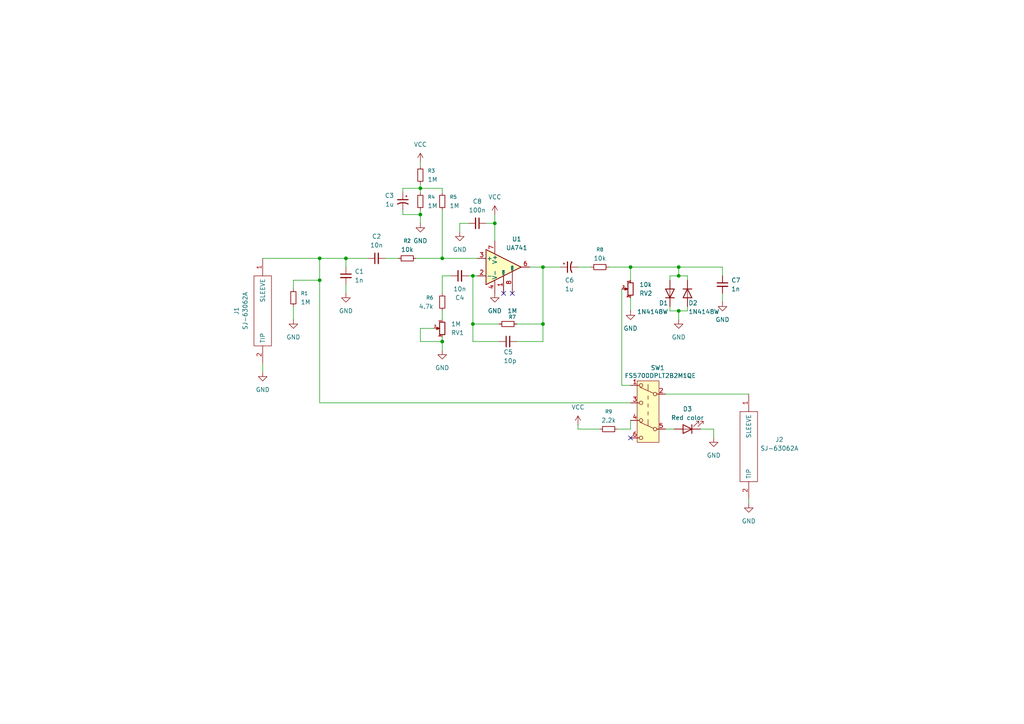
<source format=kicad_sch>
(kicad_sch
	(version 20250114)
	(generator "eeschema")
	(generator_version "9.0")
	(uuid "0c7b0b83-59c9-4405-ba2c-7484cef4fec5")
	(paper "A4")
	(lib_symbols
		(symbol "Amplifier_Operational:OPA134"
			(pin_names
				(offset 0.127)
			)
			(exclude_from_sim no)
			(in_bom yes)
			(on_board yes)
			(property "Reference" "U"
				(at 1.27 6.35 0)
				(effects
					(font
						(size 1.27 1.27)
					)
					(justify left)
				)
			)
			(property "Value" "OPA134"
				(at 1.27 3.81 0)
				(effects
					(font
						(size 1.27 1.27)
					)
					(justify left)
				)
			)
			(property "Footprint" ""
				(at 1.27 1.27 0)
				(effects
					(font
						(size 1.27 1.27)
					)
					(hide yes)
				)
			)
			(property "Datasheet" "http://www.ti.com/lit/ds/symlink/opa134.pdf"
				(at 1.27 3.81 0)
				(effects
					(font
						(size 1.27 1.27)
					)
					(hide yes)
				)
			)
			(property "Description" "Single SoundPlus High Performance Audio Operational Amplifiers, DIP-8/SOIC-8"
				(at 0 0 0)
				(effects
					(font
						(size 1.27 1.27)
					)
					(hide yes)
				)
			)
			(property "ki_keywords" "single opamp"
				(at 0 0 0)
				(effects
					(font
						(size 1.27 1.27)
					)
					(hide yes)
				)
			)
			(property "ki_fp_filters" "DIP*W7.62mm* SOIC*3.9x4.9mm*P1.27mm* TO*99*"
				(at 0 0 0)
				(effects
					(font
						(size 1.27 1.27)
					)
					(hide yes)
				)
			)
			(symbol "OPA134_0_1"
				(polyline
					(pts
						(xy -5.08 5.08) (xy 5.08 0) (xy -5.08 -5.08) (xy -5.08 5.08)
					)
					(stroke
						(width 0.254)
						(type default)
					)
					(fill
						(type background)
					)
				)
			)
			(symbol "OPA134_1_1"
				(pin input line
					(at -7.62 2.54 0)
					(length 2.54)
					(name "+"
						(effects
							(font
								(size 1.27 1.27)
							)
						)
					)
					(number "3"
						(effects
							(font
								(size 1.27 1.27)
							)
						)
					)
				)
				(pin input line
					(at -7.62 -2.54 0)
					(length 2.54)
					(name "-"
						(effects
							(font
								(size 1.27 1.27)
							)
						)
					)
					(number "2"
						(effects
							(font
								(size 1.27 1.27)
							)
						)
					)
				)
				(pin power_in line
					(at -2.54 7.62 270)
					(length 3.81)
					(name "V+"
						(effects
							(font
								(size 1.27 1.27)
							)
						)
					)
					(number "7"
						(effects
							(font
								(size 1.27 1.27)
							)
						)
					)
				)
				(pin power_in line
					(at -2.54 -7.62 90)
					(length 3.81)
					(name "V-"
						(effects
							(font
								(size 1.27 1.27)
							)
						)
					)
					(number "4"
						(effects
							(font
								(size 1.27 1.27)
							)
						)
					)
				)
				(pin no_connect line
					(at 0 2.54 270)
					(length 2.54)
					(hide yes)
					(name "NC"
						(effects
							(font
								(size 1.27 1.27)
							)
						)
					)
					(number "5"
						(effects
							(font
								(size 1.27 1.27)
							)
						)
					)
				)
				(pin input line
					(at 0 -7.62 90)
					(length 5.08)
					(name "VOS"
						(effects
							(font
								(size 0.508 0.508)
							)
						)
					)
					(number "1"
						(effects
							(font
								(size 1.27 1.27)
							)
						)
					)
				)
				(pin input line
					(at 2.54 -7.62 90)
					(length 6.35)
					(name "VOS"
						(effects
							(font
								(size 0.508 0.508)
							)
						)
					)
					(number "8"
						(effects
							(font
								(size 1.27 1.27)
							)
						)
					)
				)
				(pin output line
					(at 7.62 0 180)
					(length 2.54)
					(name "~"
						(effects
							(font
								(size 1.27 1.27)
							)
						)
					)
					(number "6"
						(effects
							(font
								(size 1.27 1.27)
							)
						)
					)
				)
			)
			(embedded_fonts no)
		)
		(symbol "Device:C_Polarized_Small_US"
			(pin_numbers
				(hide yes)
			)
			(pin_names
				(offset 0.254)
				(hide yes)
			)
			(exclude_from_sim no)
			(in_bom yes)
			(on_board yes)
			(property "Reference" "C"
				(at 0.254 1.778 0)
				(effects
					(font
						(size 1.27 1.27)
					)
					(justify left)
				)
			)
			(property "Value" "C_Polarized_Small_US"
				(at 0.254 -2.032 0)
				(effects
					(font
						(size 1.27 1.27)
					)
					(justify left)
				)
			)
			(property "Footprint" ""
				(at 0 0 0)
				(effects
					(font
						(size 1.27 1.27)
					)
					(hide yes)
				)
			)
			(property "Datasheet" "~"
				(at 0 0 0)
				(effects
					(font
						(size 1.27 1.27)
					)
					(hide yes)
				)
			)
			(property "Description" "Polarized capacitor, small US symbol"
				(at 0 0 0)
				(effects
					(font
						(size 1.27 1.27)
					)
					(hide yes)
				)
			)
			(property "ki_keywords" "cap capacitor"
				(at 0 0 0)
				(effects
					(font
						(size 1.27 1.27)
					)
					(hide yes)
				)
			)
			(property "ki_fp_filters" "CP_*"
				(at 0 0 0)
				(effects
					(font
						(size 1.27 1.27)
					)
					(hide yes)
				)
			)
			(symbol "C_Polarized_Small_US_0_1"
				(polyline
					(pts
						(xy -1.524 0.508) (xy 1.524 0.508)
					)
					(stroke
						(width 0.3048)
						(type default)
					)
					(fill
						(type none)
					)
				)
				(polyline
					(pts
						(xy -1.27 1.524) (xy -0.762 1.524)
					)
					(stroke
						(width 0)
						(type default)
					)
					(fill
						(type none)
					)
				)
				(polyline
					(pts
						(xy -1.016 1.27) (xy -1.016 1.778)
					)
					(stroke
						(width 0)
						(type default)
					)
					(fill
						(type none)
					)
				)
				(arc
					(start -1.524 -0.762)
					(mid 0 -0.3734)
					(end 1.524 -0.762)
					(stroke
						(width 0.3048)
						(type default)
					)
					(fill
						(type none)
					)
				)
			)
			(symbol "C_Polarized_Small_US_1_1"
				(pin passive line
					(at 0 2.54 270)
					(length 2.032)
					(name "~"
						(effects
							(font
								(size 1.27 1.27)
							)
						)
					)
					(number "1"
						(effects
							(font
								(size 1.27 1.27)
							)
						)
					)
				)
				(pin passive line
					(at 0 -2.54 90)
					(length 2.032)
					(name "~"
						(effects
							(font
								(size 1.27 1.27)
							)
						)
					)
					(number "2"
						(effects
							(font
								(size 1.27 1.27)
							)
						)
					)
				)
			)
			(embedded_fonts no)
		)
		(symbol "Device:C_Small"
			(pin_numbers
				(hide yes)
			)
			(pin_names
				(offset 0.254)
				(hide yes)
			)
			(exclude_from_sim no)
			(in_bom yes)
			(on_board yes)
			(property "Reference" "C"
				(at 0.254 1.778 0)
				(effects
					(font
						(size 1.27 1.27)
					)
					(justify left)
				)
			)
			(property "Value" "C_Small"
				(at 0.254 -2.032 0)
				(effects
					(font
						(size 1.27 1.27)
					)
					(justify left)
				)
			)
			(property "Footprint" ""
				(at 0 0 0)
				(effects
					(font
						(size 1.27 1.27)
					)
					(hide yes)
				)
			)
			(property "Datasheet" "~"
				(at 0 0 0)
				(effects
					(font
						(size 1.27 1.27)
					)
					(hide yes)
				)
			)
			(property "Description" "Unpolarized capacitor, small symbol"
				(at 0 0 0)
				(effects
					(font
						(size 1.27 1.27)
					)
					(hide yes)
				)
			)
			(property "ki_keywords" "capacitor cap"
				(at 0 0 0)
				(effects
					(font
						(size 1.27 1.27)
					)
					(hide yes)
				)
			)
			(property "ki_fp_filters" "C_*"
				(at 0 0 0)
				(effects
					(font
						(size 1.27 1.27)
					)
					(hide yes)
				)
			)
			(symbol "C_Small_0_1"
				(polyline
					(pts
						(xy -1.524 0.508) (xy 1.524 0.508)
					)
					(stroke
						(width 0.3048)
						(type default)
					)
					(fill
						(type none)
					)
				)
				(polyline
					(pts
						(xy -1.524 -0.508) (xy 1.524 -0.508)
					)
					(stroke
						(width 0.3302)
						(type default)
					)
					(fill
						(type none)
					)
				)
			)
			(symbol "C_Small_1_1"
				(pin passive line
					(at 0 2.54 270)
					(length 2.032)
					(name "~"
						(effects
							(font
								(size 1.27 1.27)
							)
						)
					)
					(number "1"
						(effects
							(font
								(size 1.27 1.27)
							)
						)
					)
				)
				(pin passive line
					(at 0 -2.54 90)
					(length 2.032)
					(name "~"
						(effects
							(font
								(size 1.27 1.27)
							)
						)
					)
					(number "2"
						(effects
							(font
								(size 1.27 1.27)
							)
						)
					)
				)
			)
			(embedded_fonts no)
		)
		(symbol "Device:LED"
			(pin_numbers
				(hide yes)
			)
			(pin_names
				(offset 1.016)
				(hide yes)
			)
			(exclude_from_sim no)
			(in_bom yes)
			(on_board yes)
			(property "Reference" "D"
				(at 0 2.54 0)
				(effects
					(font
						(size 1.27 1.27)
					)
				)
			)
			(property "Value" "LED"
				(at 0 -2.54 0)
				(effects
					(font
						(size 1.27 1.27)
					)
				)
			)
			(property "Footprint" ""
				(at 0 0 0)
				(effects
					(font
						(size 1.27 1.27)
					)
					(hide yes)
				)
			)
			(property "Datasheet" "~"
				(at 0 0 0)
				(effects
					(font
						(size 1.27 1.27)
					)
					(hide yes)
				)
			)
			(property "Description" "Light emitting diode"
				(at 0 0 0)
				(effects
					(font
						(size 1.27 1.27)
					)
					(hide yes)
				)
			)
			(property "Sim.Pins" "1=K 2=A"
				(at 0 0 0)
				(effects
					(font
						(size 1.27 1.27)
					)
					(hide yes)
				)
			)
			(property "ki_keywords" "LED diode"
				(at 0 0 0)
				(effects
					(font
						(size 1.27 1.27)
					)
					(hide yes)
				)
			)
			(property "ki_fp_filters" "LED* LED_SMD:* LED_THT:*"
				(at 0 0 0)
				(effects
					(font
						(size 1.27 1.27)
					)
					(hide yes)
				)
			)
			(symbol "LED_0_1"
				(polyline
					(pts
						(xy -3.048 -0.762) (xy -4.572 -2.286) (xy -3.81 -2.286) (xy -4.572 -2.286) (xy -4.572 -1.524)
					)
					(stroke
						(width 0)
						(type default)
					)
					(fill
						(type none)
					)
				)
				(polyline
					(pts
						(xy -1.778 -0.762) (xy -3.302 -2.286) (xy -2.54 -2.286) (xy -3.302 -2.286) (xy -3.302 -1.524)
					)
					(stroke
						(width 0)
						(type default)
					)
					(fill
						(type none)
					)
				)
				(polyline
					(pts
						(xy -1.27 0) (xy 1.27 0)
					)
					(stroke
						(width 0)
						(type default)
					)
					(fill
						(type none)
					)
				)
				(polyline
					(pts
						(xy -1.27 -1.27) (xy -1.27 1.27)
					)
					(stroke
						(width 0.254)
						(type default)
					)
					(fill
						(type none)
					)
				)
				(polyline
					(pts
						(xy 1.27 -1.27) (xy 1.27 1.27) (xy -1.27 0) (xy 1.27 -1.27)
					)
					(stroke
						(width 0.254)
						(type default)
					)
					(fill
						(type none)
					)
				)
			)
			(symbol "LED_1_1"
				(pin passive line
					(at -3.81 0 0)
					(length 2.54)
					(name "K"
						(effects
							(font
								(size 1.27 1.27)
							)
						)
					)
					(number "1"
						(effects
							(font
								(size 1.27 1.27)
							)
						)
					)
				)
				(pin passive line
					(at 3.81 0 180)
					(length 2.54)
					(name "A"
						(effects
							(font
								(size 1.27 1.27)
							)
						)
					)
					(number "2"
						(effects
							(font
								(size 1.27 1.27)
							)
						)
					)
				)
			)
			(embedded_fonts no)
		)
		(symbol "Device:R_Potentiometer_Small"
			(pin_names
				(offset 1.016)
				(hide yes)
			)
			(exclude_from_sim no)
			(in_bom yes)
			(on_board yes)
			(property "Reference" "RV"
				(at -4.445 0 90)
				(effects
					(font
						(size 1.27 1.27)
					)
				)
			)
			(property "Value" "R_Potentiometer_Small"
				(at -2.54 0 90)
				(effects
					(font
						(size 1.27 1.27)
					)
				)
			)
			(property "Footprint" ""
				(at 0 0 0)
				(effects
					(font
						(size 1.27 1.27)
					)
					(hide yes)
				)
			)
			(property "Datasheet" "~"
				(at 0 0 0)
				(effects
					(font
						(size 1.27 1.27)
					)
					(hide yes)
				)
			)
			(property "Description" "Potentiometer"
				(at 0 0 0)
				(effects
					(font
						(size 1.27 1.27)
					)
					(hide yes)
				)
			)
			(property "ki_keywords" "resistor variable"
				(at 0 0 0)
				(effects
					(font
						(size 1.27 1.27)
					)
					(hide yes)
				)
			)
			(property "ki_fp_filters" "Potentiometer*"
				(at 0 0 0)
				(effects
					(font
						(size 1.27 1.27)
					)
					(hide yes)
				)
			)
			(symbol "R_Potentiometer_Small_0_1"
				(rectangle
					(start 0.762 1.8034)
					(end -0.762 -1.8034)
					(stroke
						(width 0.254)
						(type default)
					)
					(fill
						(type none)
					)
				)
				(polyline
					(pts
						(xy 0.889 0) (xy 0.635 0) (xy 1.651 0.381) (xy 1.651 -0.381) (xy 0.635 0) (xy 0.889 0)
					)
					(stroke
						(width 0)
						(type default)
					)
					(fill
						(type outline)
					)
				)
			)
			(symbol "R_Potentiometer_Small_1_1"
				(pin passive line
					(at 0 2.54 270)
					(length 0.635)
					(name "1"
						(effects
							(font
								(size 0.635 0.635)
							)
						)
					)
					(number "1"
						(effects
							(font
								(size 0.635 0.635)
							)
						)
					)
				)
				(pin passive line
					(at 0 -2.54 90)
					(length 0.635)
					(name "3"
						(effects
							(font
								(size 0.635 0.635)
							)
						)
					)
					(number "3"
						(effects
							(font
								(size 0.635 0.635)
							)
						)
					)
				)
				(pin passive line
					(at 2.54 0 180)
					(length 0.9906)
					(name "2"
						(effects
							(font
								(size 0.635 0.635)
							)
						)
					)
					(number "2"
						(effects
							(font
								(size 0.635 0.635)
							)
						)
					)
				)
			)
			(embedded_fonts no)
		)
		(symbol "Device:R_Small"
			(pin_numbers
				(hide yes)
			)
			(pin_names
				(offset 0.254)
				(hide yes)
			)
			(exclude_from_sim no)
			(in_bom yes)
			(on_board yes)
			(property "Reference" "R"
				(at 0 0 90)
				(effects
					(font
						(size 1.016 1.016)
					)
				)
			)
			(property "Value" "R_Small"
				(at 1.778 0 90)
				(effects
					(font
						(size 1.27 1.27)
					)
				)
			)
			(property "Footprint" ""
				(at 0 0 0)
				(effects
					(font
						(size 1.27 1.27)
					)
					(hide yes)
				)
			)
			(property "Datasheet" "~"
				(at 0 0 0)
				(effects
					(font
						(size 1.27 1.27)
					)
					(hide yes)
				)
			)
			(property "Description" "Resistor, small symbol"
				(at 0 0 0)
				(effects
					(font
						(size 1.27 1.27)
					)
					(hide yes)
				)
			)
			(property "ki_keywords" "R resistor"
				(at 0 0 0)
				(effects
					(font
						(size 1.27 1.27)
					)
					(hide yes)
				)
			)
			(property "ki_fp_filters" "R_*"
				(at 0 0 0)
				(effects
					(font
						(size 1.27 1.27)
					)
					(hide yes)
				)
			)
			(symbol "R_Small_0_1"
				(rectangle
					(start -0.762 1.778)
					(end 0.762 -1.778)
					(stroke
						(width 0.2032)
						(type default)
					)
					(fill
						(type none)
					)
				)
			)
			(symbol "R_Small_1_1"
				(pin passive line
					(at 0 2.54 270)
					(length 0.762)
					(name "~"
						(effects
							(font
								(size 1.27 1.27)
							)
						)
					)
					(number "1"
						(effects
							(font
								(size 1.27 1.27)
							)
						)
					)
				)
				(pin passive line
					(at 0 -2.54 90)
					(length 0.762)
					(name "~"
						(effects
							(font
								(size 1.27 1.27)
							)
						)
					)
					(number "2"
						(effects
							(font
								(size 1.27 1.27)
							)
						)
					)
				)
			)
			(embedded_fonts no)
		)
		(symbol "Diode:1N4148W"
			(pin_numbers
				(hide yes)
			)
			(pin_names
				(hide yes)
			)
			(exclude_from_sim no)
			(in_bom yes)
			(on_board yes)
			(property "Reference" "D"
				(at 0 2.54 0)
				(effects
					(font
						(size 1.27 1.27)
					)
				)
			)
			(property "Value" "1N4148W"
				(at 0 -2.54 0)
				(effects
					(font
						(size 1.27 1.27)
					)
				)
			)
			(property "Footprint" "Diode_SMD:D_SOD-123"
				(at 0 -4.445 0)
				(effects
					(font
						(size 1.27 1.27)
					)
					(hide yes)
				)
			)
			(property "Datasheet" "https://www.vishay.com/docs/85748/1n4148w.pdf"
				(at 0 0 0)
				(effects
					(font
						(size 1.27 1.27)
					)
					(hide yes)
				)
			)
			(property "Description" "75V 0.15A Fast Switching Diode, SOD-123"
				(at 0 0 0)
				(effects
					(font
						(size 1.27 1.27)
					)
					(hide yes)
				)
			)
			(property "Sim.Device" "D"
				(at 0 0 0)
				(effects
					(font
						(size 1.27 1.27)
					)
					(hide yes)
				)
			)
			(property "Sim.Pins" "1=K 2=A"
				(at 0 0 0)
				(effects
					(font
						(size 1.27 1.27)
					)
					(hide yes)
				)
			)
			(property "ki_keywords" "diode"
				(at 0 0 0)
				(effects
					(font
						(size 1.27 1.27)
					)
					(hide yes)
				)
			)
			(property "ki_fp_filters" "D*SOD?123*"
				(at 0 0 0)
				(effects
					(font
						(size 1.27 1.27)
					)
					(hide yes)
				)
			)
			(symbol "1N4148W_0_1"
				(polyline
					(pts
						(xy -1.27 1.27) (xy -1.27 -1.27)
					)
					(stroke
						(width 0.254)
						(type default)
					)
					(fill
						(type none)
					)
				)
				(polyline
					(pts
						(xy 1.27 1.27) (xy 1.27 -1.27) (xy -1.27 0) (xy 1.27 1.27)
					)
					(stroke
						(width 0.254)
						(type default)
					)
					(fill
						(type none)
					)
				)
				(polyline
					(pts
						(xy 1.27 0) (xy -1.27 0)
					)
					(stroke
						(width 0)
						(type default)
					)
					(fill
						(type none)
					)
				)
			)
			(symbol "1N4148W_1_1"
				(pin passive line
					(at -3.81 0 0)
					(length 2.54)
					(name "K"
						(effects
							(font
								(size 1.27 1.27)
							)
						)
					)
					(number "1"
						(effects
							(font
								(size 1.27 1.27)
							)
						)
					)
				)
				(pin passive line
					(at 3.81 0 180)
					(length 2.54)
					(name "A"
						(effects
							(font
								(size 1.27 1.27)
							)
						)
					)
					(number "2"
						(effects
							(font
								(size 1.27 1.27)
							)
						)
					)
				)
			)
			(embedded_fonts no)
		)
		(symbol "SamacSys_Parts:SJ-63062A"
			(pin_names
				(offset 0.762)
			)
			(exclude_from_sim no)
			(in_bom yes)
			(on_board yes)
			(property "Reference" "J"
				(at 26.67 7.62 0)
				(effects
					(font
						(size 1.27 1.27)
					)
					(justify left)
				)
			)
			(property "Value" "SJ-63062A"
				(at 26.67 5.08 0)
				(effects
					(font
						(size 1.27 1.27)
					)
					(justify left)
				)
			)
			(property "Footprint" "SJ63062A"
				(at 26.67 2.54 0)
				(effects
					(font
						(size 1.27 1.27)
					)
					(justify left)
					(hide yes)
				)
			)
			(property "Datasheet" "https://www.sameskydevices.com/product/resource/sj-6306.pdf"
				(at 26.67 0 0)
				(effects
					(font
						(size 1.27 1.27)
					)
					(justify left)
					(hide yes)
				)
			)
			(property "Description" "6.35 mm, Mono, Right Angle, Through Hole, 2 Conductors, 0 Internal Switches, Audio Jack Connector"
				(at 0 0 0)
				(effects
					(font
						(size 1.27 1.27)
					)
					(hide yes)
				)
			)
			(property "Description_1" "6.35 mm, Mono, Right Angle, Through Hole, 2 Conductors, 0 Internal Switches, Audio Jack Connector"
				(at 26.67 -2.54 0)
				(effects
					(font
						(size 1.27 1.27)
					)
					(justify left)
					(hide yes)
				)
			)
			(property "Height" "12.5"
				(at 26.67 -5.08 0)
				(effects
					(font
						(size 1.27 1.27)
					)
					(justify left)
					(hide yes)
				)
			)
			(property "Manufacturer_Name" "Same Sky"
				(at 26.67 -7.62 0)
				(effects
					(font
						(size 1.27 1.27)
					)
					(justify left)
					(hide yes)
				)
			)
			(property "Manufacturer_Part_Number" "SJ-63062A"
				(at 26.67 -10.16 0)
				(effects
					(font
						(size 1.27 1.27)
					)
					(justify left)
					(hide yes)
				)
			)
			(property "Mouser Part Number" "490-SJ-63062A"
				(at 26.67 -12.7 0)
				(effects
					(font
						(size 1.27 1.27)
					)
					(justify left)
					(hide yes)
				)
			)
			(property "Mouser Price/Stock" "https://www.mouser.co.uk/ProductDetail/CUI-Devices/SJ-63062A?qs=hWgE7mdIu5Qh2EgX8IzpLA%3D%3D"
				(at 26.67 -15.24 0)
				(effects
					(font
						(size 1.27 1.27)
					)
					(justify left)
					(hide yes)
				)
			)
			(property "Arrow Part Number" "SJ-63062A"
				(at 26.67 -17.78 0)
				(effects
					(font
						(size 1.27 1.27)
					)
					(justify left)
					(hide yes)
				)
			)
			(property "Arrow Price/Stock" "https://www.arrow.com/en/products/sj-63062a/cui-devices?region=nac"
				(at 26.67 -20.32 0)
				(effects
					(font
						(size 1.27 1.27)
					)
					(justify left)
					(hide yes)
				)
			)
			(symbol "SJ-63062A_0_0"
				(pin passive line
					(at 0 0 0)
					(length 5.08)
					(name "SLEEVE"
						(effects
							(font
								(size 1.27 1.27)
							)
						)
					)
					(number "1"
						(effects
							(font
								(size 1.27 1.27)
							)
						)
					)
				)
				(pin passive line
					(at 30.48 0 180)
					(length 5.08)
					(name "TIP"
						(effects
							(font
								(size 1.27 1.27)
							)
						)
					)
					(number "2"
						(effects
							(font
								(size 1.27 1.27)
							)
						)
					)
				)
			)
			(symbol "SJ-63062A_0_1"
				(polyline
					(pts
						(xy 5.08 2.54) (xy 25.4 2.54) (xy 25.4 -2.54) (xy 5.08 -2.54) (xy 5.08 2.54)
					)
					(stroke
						(width 0.1524)
						(type solid)
					)
					(fill
						(type none)
					)
				)
			)
			(embedded_fonts no)
		)
		(symbol "Switch:SW_Push_DPDT"
			(pin_names
				(offset 0)
				(hide yes)
			)
			(exclude_from_sim no)
			(in_bom yes)
			(on_board yes)
			(property "Reference" "SW"
				(at 0 10.16 0)
				(effects
					(font
						(size 1.27 1.27)
					)
				)
			)
			(property "Value" "SW_Push_DPDT"
				(at 0 -10.16 0)
				(effects
					(font
						(size 1.27 1.27)
					)
				)
			)
			(property "Footprint" ""
				(at 0 5.08 0)
				(effects
					(font
						(size 1.27 1.27)
					)
					(hide yes)
				)
			)
			(property "Datasheet" "~"
				(at 0 5.08 0)
				(effects
					(font
						(size 1.27 1.27)
					)
					(hide yes)
				)
			)
			(property "Description" "Momentary Switch, dual pole double throw"
				(at 0 0 0)
				(effects
					(font
						(size 1.27 1.27)
					)
					(hide yes)
				)
			)
			(property "ki_keywords" "switch dual-pole double-throw spdt ON-ON"
				(at 0 0 0)
				(effects
					(font
						(size 1.27 1.27)
					)
					(hide yes)
				)
			)
			(symbol "SW_Push_DPDT_0_0"
				(circle
					(center -2.032 5.08)
					(radius 0.508)
					(stroke
						(width 0)
						(type default)
					)
					(fill
						(type none)
					)
				)
				(circle
					(center -2.032 -5.08)
					(radius 0.508)
					(stroke
						(width 0)
						(type default)
					)
					(fill
						(type none)
					)
				)
				(circle
					(center 2.032 2.54)
					(radius 0.508)
					(stroke
						(width 0)
						(type default)
					)
					(fill
						(type none)
					)
				)
				(circle
					(center 2.032 -7.62)
					(radius 0.508)
					(stroke
						(width 0)
						(type default)
					)
					(fill
						(type none)
					)
				)
			)
			(symbol "SW_Push_DPDT_0_1"
				(polyline
					(pts
						(xy -1.524 5.334) (xy 2.3368 7.0612)
					)
					(stroke
						(width 0)
						(type default)
					)
					(fill
						(type none)
					)
				)
				(polyline
					(pts
						(xy -1.524 -4.826) (xy 2.3368 -3.0988)
					)
					(stroke
						(width 0)
						(type default)
					)
					(fill
						(type none)
					)
				)
				(polyline
					(pts
						(xy 0 7.874) (xy 0 6.096)
					)
					(stroke
						(width 0)
						(type default)
					)
					(fill
						(type none)
					)
				)
				(polyline
					(pts
						(xy 0 3.556) (xy 0 4.572)
					)
					(stroke
						(width 0)
						(type default)
					)
					(fill
						(type none)
					)
				)
				(polyline
					(pts
						(xy 0 1.27) (xy 0 2.286)
					)
					(stroke
						(width 0)
						(type default)
					)
					(fill
						(type none)
					)
				)
				(polyline
					(pts
						(xy 0 -1.016) (xy 0 0)
					)
					(stroke
						(width 0)
						(type default)
					)
					(fill
						(type none)
					)
				)
				(polyline
					(pts
						(xy 0 -2.286) (xy 0 -4.064)
					)
					(stroke
						(width 0)
						(type default)
					)
					(fill
						(type none)
					)
				)
				(circle
					(center 2.032 7.62)
					(radius 0.508)
					(stroke
						(width 0)
						(type default)
					)
					(fill
						(type none)
					)
				)
				(circle
					(center 2.032 -2.54)
					(radius 0.508)
					(stroke
						(width 0)
						(type default)
					)
					(fill
						(type none)
					)
				)
			)
			(symbol "SW_Push_DPDT_1_1"
				(rectangle
					(start -3.175 8.89)
					(end 3.175 -8.89)
					(stroke
						(width 0)
						(type default)
					)
					(fill
						(type background)
					)
				)
				(pin passive line
					(at -5.08 5.08 0)
					(length 2.54)
					(name "B"
						(effects
							(font
								(size 1.27 1.27)
							)
						)
					)
					(number "2"
						(effects
							(font
								(size 1.27 1.27)
							)
						)
					)
				)
				(pin passive line
					(at -5.08 -5.08 0)
					(length 2.54)
					(name "B"
						(effects
							(font
								(size 1.27 1.27)
							)
						)
					)
					(number "5"
						(effects
							(font
								(size 1.27 1.27)
							)
						)
					)
				)
				(pin passive line
					(at 5.08 7.62 180)
					(length 2.54)
					(name "A"
						(effects
							(font
								(size 1.27 1.27)
							)
						)
					)
					(number "1"
						(effects
							(font
								(size 1.27 1.27)
							)
						)
					)
				)
				(pin passive line
					(at 5.08 2.54 180)
					(length 2.54)
					(name "C"
						(effects
							(font
								(size 1.27 1.27)
							)
						)
					)
					(number "3"
						(effects
							(font
								(size 1.27 1.27)
							)
						)
					)
				)
				(pin passive line
					(at 5.08 -2.54 180)
					(length 2.54)
					(name "A"
						(effects
							(font
								(size 1.27 1.27)
							)
						)
					)
					(number "4"
						(effects
							(font
								(size 1.27 1.27)
							)
						)
					)
				)
				(pin passive line
					(at 5.08 -7.62 180)
					(length 2.54)
					(name "C"
						(effects
							(font
								(size 1.27 1.27)
							)
						)
					)
					(number "6"
						(effects
							(font
								(size 1.27 1.27)
							)
						)
					)
				)
			)
			(embedded_fonts no)
		)
		(symbol "power:GND"
			(power)
			(pin_numbers
				(hide yes)
			)
			(pin_names
				(offset 0)
				(hide yes)
			)
			(exclude_from_sim no)
			(in_bom yes)
			(on_board yes)
			(property "Reference" "#PWR"
				(at 0 -6.35 0)
				(effects
					(font
						(size 1.27 1.27)
					)
					(hide yes)
				)
			)
			(property "Value" "GND"
				(at 0 -3.81 0)
				(effects
					(font
						(size 1.27 1.27)
					)
				)
			)
			(property "Footprint" ""
				(at 0 0 0)
				(effects
					(font
						(size 1.27 1.27)
					)
					(hide yes)
				)
			)
			(property "Datasheet" ""
				(at 0 0 0)
				(effects
					(font
						(size 1.27 1.27)
					)
					(hide yes)
				)
			)
			(property "Description" "Power symbol creates a global label with name \"GND\" , ground"
				(at 0 0 0)
				(effects
					(font
						(size 1.27 1.27)
					)
					(hide yes)
				)
			)
			(property "ki_keywords" "global power"
				(at 0 0 0)
				(effects
					(font
						(size 1.27 1.27)
					)
					(hide yes)
				)
			)
			(symbol "GND_0_1"
				(polyline
					(pts
						(xy 0 0) (xy 0 -1.27) (xy 1.27 -1.27) (xy 0 -2.54) (xy -1.27 -1.27) (xy 0 -1.27)
					)
					(stroke
						(width 0)
						(type default)
					)
					(fill
						(type none)
					)
				)
			)
			(symbol "GND_1_1"
				(pin power_in line
					(at 0 0 270)
					(length 0)
					(name "~"
						(effects
							(font
								(size 1.27 1.27)
							)
						)
					)
					(number "1"
						(effects
							(font
								(size 1.27 1.27)
							)
						)
					)
				)
			)
			(embedded_fonts no)
		)
		(symbol "power:VCC"
			(power)
			(pin_numbers
				(hide yes)
			)
			(pin_names
				(offset 0)
				(hide yes)
			)
			(exclude_from_sim no)
			(in_bom yes)
			(on_board yes)
			(property "Reference" "#PWR"
				(at 0 -3.81 0)
				(effects
					(font
						(size 1.27 1.27)
					)
					(hide yes)
				)
			)
			(property "Value" "VCC"
				(at 0 3.556 0)
				(effects
					(font
						(size 1.27 1.27)
					)
				)
			)
			(property "Footprint" ""
				(at 0 0 0)
				(effects
					(font
						(size 1.27 1.27)
					)
					(hide yes)
				)
			)
			(property "Datasheet" ""
				(at 0 0 0)
				(effects
					(font
						(size 1.27 1.27)
					)
					(hide yes)
				)
			)
			(property "Description" "Power symbol creates a global label with name \"VCC\""
				(at 0 0 0)
				(effects
					(font
						(size 1.27 1.27)
					)
					(hide yes)
				)
			)
			(property "ki_keywords" "global power"
				(at 0 0 0)
				(effects
					(font
						(size 1.27 1.27)
					)
					(hide yes)
				)
			)
			(symbol "VCC_0_1"
				(polyline
					(pts
						(xy -0.762 1.27) (xy 0 2.54)
					)
					(stroke
						(width 0)
						(type default)
					)
					(fill
						(type none)
					)
				)
				(polyline
					(pts
						(xy 0 2.54) (xy 0.762 1.27)
					)
					(stroke
						(width 0)
						(type default)
					)
					(fill
						(type none)
					)
				)
				(polyline
					(pts
						(xy 0 0) (xy 0 2.54)
					)
					(stroke
						(width 0)
						(type default)
					)
					(fill
						(type none)
					)
				)
			)
			(symbol "VCC_1_1"
				(pin power_in line
					(at 0 0 90)
					(length 0)
					(name "~"
						(effects
							(font
								(size 1.27 1.27)
							)
						)
					)
					(number "1"
						(effects
							(font
								(size 1.27 1.27)
							)
						)
					)
				)
			)
			(embedded_fonts no)
		)
	)
	(junction
		(at 196.85 80.01)
		(diameter 0)
		(color 0 0 0 0)
		(uuid "0cbb547b-4397-4e09-9330-648e56fc4cfb")
	)
	(junction
		(at 143.51 64.77)
		(diameter 0)
		(color 0 0 0 0)
		(uuid "2acfad1f-2708-4e08-aacd-fc7e38ec5732")
	)
	(junction
		(at 92.71 81.28)
		(diameter 0)
		(color 0 0 0 0)
		(uuid "3680fbad-c535-4163-89ba-ce45d11cb765")
	)
	(junction
		(at 128.27 99.06)
		(diameter 0)
		(color 0 0 0 0)
		(uuid "46a5e1bf-903b-47f9-bbee-cd2a082afa1a")
	)
	(junction
		(at 128.27 74.93)
		(diameter 0)
		(color 0 0 0 0)
		(uuid "65253396-92f5-4539-8725-1543700ee4ef")
	)
	(junction
		(at 121.92 54.61)
		(diameter 0)
		(color 0 0 0 0)
		(uuid "7878c062-9242-415d-996c-27193405a0be")
	)
	(junction
		(at 196.85 77.47)
		(diameter 0)
		(color 0 0 0 0)
		(uuid "a107a191-a9e2-438c-8bb0-999d4122e039")
	)
	(junction
		(at 92.71 74.93)
		(diameter 0)
		(color 0 0 0 0)
		(uuid "a4be43a2-6d5d-43de-8d7f-40f7b92ea10b")
	)
	(junction
		(at 100.33 74.93)
		(diameter 0)
		(color 0 0 0 0)
		(uuid "a6727022-1acf-4e97-98bc-c50794c2e335")
	)
	(junction
		(at 137.16 80.01)
		(diameter 0)
		(color 0 0 0 0)
		(uuid "ac4d767a-2df9-4aaf-acf5-1846b5510734")
	)
	(junction
		(at 182.88 77.47)
		(diameter 0)
		(color 0 0 0 0)
		(uuid "bb43b5a6-62ef-47df-ba6f-be6a38292660")
	)
	(junction
		(at 121.92 62.23)
		(diameter 0)
		(color 0 0 0 0)
		(uuid "c5e8076c-10de-4e58-a2fb-68117baac9b2")
	)
	(junction
		(at 157.48 93.98)
		(diameter 0)
		(color 0 0 0 0)
		(uuid "e3786472-7625-4992-94a2-abd50f798572")
	)
	(junction
		(at 157.48 77.47)
		(diameter 0)
		(color 0 0 0 0)
		(uuid "f4b6dbd5-4f81-4b34-a861-3ea11d722b8b")
	)
	(junction
		(at 196.85 90.17)
		(diameter 0)
		(color 0 0 0 0)
		(uuid "fa689776-0259-4c7b-939c-56f406466860")
	)
	(junction
		(at 137.16 93.98)
		(diameter 0)
		(color 0 0 0 0)
		(uuid "ff6a417f-efd3-4fa1-b02b-2b6f2ba7a317")
	)
	(no_connect
		(at 182.88 127)
		(uuid "c0427db7-da59-427f-9947-4ec9ad7d8430")
	)
	(no_connect
		(at 146.05 85.09)
		(uuid "eabf4a0f-bf01-46b4-96d0-49ed8c1c34b3")
	)
	(no_connect
		(at 148.59 85.09)
		(uuid "fa4e3bae-15f5-43ea-b1f9-817398b213fa")
	)
	(wire
		(pts
			(xy 196.85 80.01) (xy 199.39 80.01)
		)
		(stroke
			(width 0)
			(type default)
		)
		(uuid "09e93956-076d-4b35-8af8-4c1ffd99ff8c")
	)
	(wire
		(pts
			(xy 121.92 62.23) (xy 121.92 60.96)
		)
		(stroke
			(width 0)
			(type default)
		)
		(uuid "0f088598-c55f-40a8-85c1-58865c81741a")
	)
	(wire
		(pts
			(xy 196.85 90.17) (xy 199.39 90.17)
		)
		(stroke
			(width 0)
			(type default)
		)
		(uuid "0f101594-62d0-4e44-b191-96eed0a69655")
	)
	(wire
		(pts
			(xy 116.84 62.23) (xy 121.92 62.23)
		)
		(stroke
			(width 0)
			(type default)
		)
		(uuid "0fdacfba-840d-4b86-8b17-940868bed8d4")
	)
	(wire
		(pts
			(xy 157.48 93.98) (xy 157.48 77.47)
		)
		(stroke
			(width 0)
			(type default)
		)
		(uuid "15c10482-082a-420a-955d-59ea12aa8dab")
	)
	(wire
		(pts
			(xy 128.27 74.93) (xy 138.43 74.93)
		)
		(stroke
			(width 0)
			(type default)
		)
		(uuid "24381ce8-8bb8-4ef0-b231-9c1a36645b41")
	)
	(wire
		(pts
			(xy 116.84 54.61) (xy 121.92 54.61)
		)
		(stroke
			(width 0)
			(type default)
		)
		(uuid "25c6f93d-290f-485e-9d07-937b83198a31")
	)
	(wire
		(pts
			(xy 203.2 124.46) (xy 207.01 124.46)
		)
		(stroke
			(width 0)
			(type default)
		)
		(uuid "29a5d324-6c81-4f45-a712-e5caac5f4d34")
	)
	(wire
		(pts
			(xy 100.33 74.93) (xy 100.33 77.47)
		)
		(stroke
			(width 0)
			(type default)
		)
		(uuid "2d51f5e7-2497-4d49-9c54-c6d6c7f15eda")
	)
	(wire
		(pts
			(xy 128.27 97.79) (xy 128.27 99.06)
		)
		(stroke
			(width 0)
			(type default)
		)
		(uuid "2e349bfb-5c74-4016-a3c2-331a49482a42")
	)
	(wire
		(pts
			(xy 196.85 77.47) (xy 196.85 80.01)
		)
		(stroke
			(width 0)
			(type default)
		)
		(uuid "3040b51c-1ee6-4658-b649-d22f3f123363")
	)
	(wire
		(pts
			(xy 116.84 54.61) (xy 116.84 55.88)
		)
		(stroke
			(width 0)
			(type default)
		)
		(uuid "343c149d-67b5-4b40-8caf-7d516e327248")
	)
	(wire
		(pts
			(xy 92.71 74.93) (xy 100.33 74.93)
		)
		(stroke
			(width 0)
			(type default)
		)
		(uuid "3544849f-9bc2-4aa7-91e5-b13bd2ab9a13")
	)
	(wire
		(pts
			(xy 182.88 116.84) (xy 92.71 116.84)
		)
		(stroke
			(width 0)
			(type default)
		)
		(uuid "36613b43-5d34-4766-bdf6-582236fc171d")
	)
	(wire
		(pts
			(xy 167.64 124.46) (xy 167.64 123.19)
		)
		(stroke
			(width 0)
			(type default)
		)
		(uuid "416a4f02-dafa-4ff2-9c82-cfd19bf2ce5f")
	)
	(wire
		(pts
			(xy 135.89 80.01) (xy 137.16 80.01)
		)
		(stroke
			(width 0)
			(type default)
		)
		(uuid "422cce1d-7bdd-4856-a511-cfdf8db36ec0")
	)
	(wire
		(pts
			(xy 116.84 62.23) (xy 116.84 60.96)
		)
		(stroke
			(width 0)
			(type default)
		)
		(uuid "43271699-451f-471e-b42a-45a2b6da94ff")
	)
	(wire
		(pts
			(xy 92.71 74.93) (xy 92.71 81.28)
		)
		(stroke
			(width 0)
			(type default)
		)
		(uuid "45135e6c-0178-4e3b-b326-252d0d5221f7")
	)
	(wire
		(pts
			(xy 121.92 46.99) (xy 121.92 48.26)
		)
		(stroke
			(width 0)
			(type default)
		)
		(uuid "48da6dec-5581-4062-bf35-3d0990105054")
	)
	(wire
		(pts
			(xy 182.88 77.47) (xy 196.85 77.47)
		)
		(stroke
			(width 0)
			(type default)
		)
		(uuid "4ac09425-5c36-4057-857a-ecf11f7f8742")
	)
	(wire
		(pts
			(xy 121.92 62.23) (xy 121.92 64.77)
		)
		(stroke
			(width 0)
			(type default)
		)
		(uuid "4b94e87b-0443-42a1-955d-9d34863e9899")
	)
	(wire
		(pts
			(xy 196.85 90.17) (xy 196.85 92.71)
		)
		(stroke
			(width 0)
			(type default)
		)
		(uuid "4d062a5a-c0d9-46a5-9f7f-2274a79eb2fb")
	)
	(wire
		(pts
			(xy 179.07 124.46) (xy 182.88 124.46)
		)
		(stroke
			(width 0)
			(type default)
		)
		(uuid "50ab3e6a-f9de-4dc7-a4a9-5bd99f7dd0dd")
	)
	(wire
		(pts
			(xy 140.97 64.77) (xy 143.51 64.77)
		)
		(stroke
			(width 0)
			(type default)
		)
		(uuid "511e1593-d2d6-48dc-ad44-39d27a2be891")
	)
	(wire
		(pts
			(xy 128.27 80.01) (xy 128.27 85.09)
		)
		(stroke
			(width 0)
			(type default)
		)
		(uuid "514500f6-55cd-4be7-b9a1-c1ae842effd9")
	)
	(wire
		(pts
			(xy 128.27 55.88) (xy 128.27 54.61)
		)
		(stroke
			(width 0)
			(type default)
		)
		(uuid "55a26ab6-647e-49ba-9b8f-d52735c7fe58")
	)
	(wire
		(pts
			(xy 194.31 90.17) (xy 196.85 90.17)
		)
		(stroke
			(width 0)
			(type default)
		)
		(uuid "58053d2c-97cd-4194-9a85-8677cd070f11")
	)
	(wire
		(pts
			(xy 209.55 77.47) (xy 209.55 80.01)
		)
		(stroke
			(width 0)
			(type default)
		)
		(uuid "58b41d65-1076-4fd4-b974-9ba3732623a5")
	)
	(wire
		(pts
			(xy 207.01 124.46) (xy 207.01 127)
		)
		(stroke
			(width 0)
			(type default)
		)
		(uuid "5f0f16c6-b17e-4f11-93ef-22e467af3e49")
	)
	(wire
		(pts
			(xy 143.51 62.23) (xy 143.51 64.77)
		)
		(stroke
			(width 0)
			(type default)
		)
		(uuid "5f61d4c6-0023-4e3e-a872-56bdd75ee6a6")
	)
	(wire
		(pts
			(xy 193.04 114.3) (xy 217.17 114.3)
		)
		(stroke
			(width 0)
			(type default)
		)
		(uuid "6873d53c-780d-4408-af4d-9ae084656a6d")
	)
	(wire
		(pts
			(xy 85.09 88.9) (xy 85.09 92.71)
		)
		(stroke
			(width 0)
			(type default)
		)
		(uuid "6a3281ff-e216-4394-baa6-165bd4e7c442")
	)
	(wire
		(pts
			(xy 120.65 74.93) (xy 128.27 74.93)
		)
		(stroke
			(width 0)
			(type default)
		)
		(uuid "6bbb0cc4-20cd-4c7d-9b99-1045330678b0")
	)
	(wire
		(pts
			(xy 199.39 80.01) (xy 199.39 81.28)
		)
		(stroke
			(width 0)
			(type default)
		)
		(uuid "6de8b096-c7ca-4126-8bc6-8c3343a4d21f")
	)
	(wire
		(pts
			(xy 149.86 99.06) (xy 157.48 99.06)
		)
		(stroke
			(width 0)
			(type default)
		)
		(uuid "6ee54a77-027a-4c62-bded-149e9a9cb0e3")
	)
	(wire
		(pts
			(xy 76.2 107.95) (xy 76.2 105.41)
		)
		(stroke
			(width 0)
			(type default)
		)
		(uuid "702d44e6-b4a2-40af-b3d1-b255f1afdbd1")
	)
	(wire
		(pts
			(xy 182.88 124.46) (xy 182.88 121.92)
		)
		(stroke
			(width 0)
			(type default)
		)
		(uuid "72ae8baf-a0f6-4077-8b37-f27836cb17fc")
	)
	(wire
		(pts
			(xy 130.81 80.01) (xy 128.27 80.01)
		)
		(stroke
			(width 0)
			(type default)
		)
		(uuid "74aa35e2-43ac-4021-8d24-b37bbe4163f5")
	)
	(wire
		(pts
			(xy 121.92 53.34) (xy 121.92 54.61)
		)
		(stroke
			(width 0)
			(type default)
		)
		(uuid "7a0d2457-1791-4047-92d5-b7b5499f8a7f")
	)
	(wire
		(pts
			(xy 143.51 64.77) (xy 143.51 69.85)
		)
		(stroke
			(width 0)
			(type default)
		)
		(uuid "7bb06126-a800-4fd3-8dc1-a0182bfabf1d")
	)
	(wire
		(pts
			(xy 121.92 54.61) (xy 128.27 54.61)
		)
		(stroke
			(width 0)
			(type default)
		)
		(uuid "7c8ca9af-c847-48d3-9df1-b3230fefcff8")
	)
	(wire
		(pts
			(xy 137.16 93.98) (xy 144.78 93.98)
		)
		(stroke
			(width 0)
			(type default)
		)
		(uuid "7e0f4942-f17b-42ba-aab8-6c27116b3ebb")
	)
	(wire
		(pts
			(xy 157.48 77.47) (xy 153.67 77.47)
		)
		(stroke
			(width 0)
			(type default)
		)
		(uuid "7e7b7fe9-2f0c-4c7d-879b-a29551acfd48")
	)
	(wire
		(pts
			(xy 173.99 124.46) (xy 167.64 124.46)
		)
		(stroke
			(width 0)
			(type default)
		)
		(uuid "820657ef-39c7-424f-a304-88af9427ef62")
	)
	(wire
		(pts
			(xy 137.16 80.01) (xy 137.16 93.98)
		)
		(stroke
			(width 0)
			(type default)
		)
		(uuid "85322e0a-cf5d-49da-b572-c3be6cb7f4f0")
	)
	(wire
		(pts
			(xy 217.17 146.05) (xy 217.17 144.78)
		)
		(stroke
			(width 0)
			(type default)
		)
		(uuid "86a211e3-8f78-4346-82ca-ae6e44f5f55f")
	)
	(wire
		(pts
			(xy 196.85 77.47) (xy 209.55 77.47)
		)
		(stroke
			(width 0)
			(type default)
		)
		(uuid "8a2a0be4-2649-43c0-92a7-dbed5844e497")
	)
	(wire
		(pts
			(xy 157.48 99.06) (xy 157.48 93.98)
		)
		(stroke
			(width 0)
			(type default)
		)
		(uuid "93e30cc3-bf8a-4362-8cc7-eaae085f2d9c")
	)
	(wire
		(pts
			(xy 182.88 77.47) (xy 182.88 81.28)
		)
		(stroke
			(width 0)
			(type default)
		)
		(uuid "9bedb1fb-b28b-4862-b40a-de8d8bfd366a")
	)
	(wire
		(pts
			(xy 100.33 82.55) (xy 100.33 85.09)
		)
		(stroke
			(width 0)
			(type default)
		)
		(uuid "9dfde172-ed14-4cc1-885e-d8c3246fb3a4")
	)
	(wire
		(pts
			(xy 209.55 85.09) (xy 209.55 87.63)
		)
		(stroke
			(width 0)
			(type default)
		)
		(uuid "9e876c26-b28b-4a42-8112-740059bb926c")
	)
	(wire
		(pts
			(xy 85.09 83.82) (xy 85.09 81.28)
		)
		(stroke
			(width 0)
			(type default)
		)
		(uuid "9e9668ae-b495-4474-879c-c03638710019")
	)
	(wire
		(pts
			(xy 182.88 86.36) (xy 182.88 90.17)
		)
		(stroke
			(width 0)
			(type default)
		)
		(uuid "a37260d4-a3e5-41a3-bff0-8ed81ba85db6")
	)
	(wire
		(pts
			(xy 135.89 64.77) (xy 133.35 64.77)
		)
		(stroke
			(width 0)
			(type default)
		)
		(uuid "a472c361-048c-4176-b025-dbb3137d7587")
	)
	(wire
		(pts
			(xy 193.04 124.46) (xy 195.58 124.46)
		)
		(stroke
			(width 0)
			(type default)
		)
		(uuid "a547d665-6ef9-408a-a167-f3f669ab6a50")
	)
	(wire
		(pts
			(xy 133.35 64.77) (xy 133.35 67.31)
		)
		(stroke
			(width 0)
			(type default)
		)
		(uuid "a781f342-4df0-413b-a1af-41387d6e09ff")
	)
	(wire
		(pts
			(xy 121.92 54.61) (xy 121.92 55.88)
		)
		(stroke
			(width 0)
			(type default)
		)
		(uuid "aa6b50b6-6ece-471f-b2bd-fb8c1e013000")
	)
	(wire
		(pts
			(xy 149.86 93.98) (xy 157.48 93.98)
		)
		(stroke
			(width 0)
			(type default)
		)
		(uuid "ab00e6e8-58f9-4d76-af17-3fb46ff17d6e")
	)
	(wire
		(pts
			(xy 137.16 99.06) (xy 144.78 99.06)
		)
		(stroke
			(width 0)
			(type default)
		)
		(uuid "ab532937-a590-4a8c-ab90-325e44196c40")
	)
	(wire
		(pts
			(xy 125.73 95.25) (xy 121.92 95.25)
		)
		(stroke
			(width 0)
			(type default)
		)
		(uuid "b192c6fb-b160-4b91-93b2-dd4ef36d9dd2")
	)
	(wire
		(pts
			(xy 176.53 77.47) (xy 182.88 77.47)
		)
		(stroke
			(width 0)
			(type default)
		)
		(uuid "b4f58f2e-cec8-4b43-bf7a-4185e088e1cd")
	)
	(wire
		(pts
			(xy 194.31 81.28) (xy 194.31 80.01)
		)
		(stroke
			(width 0)
			(type default)
		)
		(uuid "b54f77e5-f914-4471-a4cf-e5cf4e4dab31")
	)
	(wire
		(pts
			(xy 137.16 93.98) (xy 137.16 99.06)
		)
		(stroke
			(width 0)
			(type default)
		)
		(uuid "b93db30b-15a1-475c-a1b8-5c534d2c28af")
	)
	(wire
		(pts
			(xy 128.27 60.96) (xy 128.27 74.93)
		)
		(stroke
			(width 0)
			(type default)
		)
		(uuid "c1f934d5-0d19-4c33-aa84-077a96f5e6fb")
	)
	(wire
		(pts
			(xy 157.48 77.47) (xy 162.56 77.47)
		)
		(stroke
			(width 0)
			(type default)
		)
		(uuid "c32f4921-a08c-4837-9ea4-f5ac40f7a2e5")
	)
	(wire
		(pts
			(xy 121.92 99.06) (xy 128.27 99.06)
		)
		(stroke
			(width 0)
			(type default)
		)
		(uuid "c3c85bac-8486-44f3-bcc3-1466cc0b6ad6")
	)
	(wire
		(pts
			(xy 199.39 88.9) (xy 199.39 90.17)
		)
		(stroke
			(width 0)
			(type default)
		)
		(uuid "cb306876-4b46-4f33-a3ca-168465eac766")
	)
	(wire
		(pts
			(xy 100.33 74.93) (xy 106.68 74.93)
		)
		(stroke
			(width 0)
			(type default)
		)
		(uuid "cbeb8bd4-05c4-400c-8ff0-0b57b97003e2")
	)
	(wire
		(pts
			(xy 137.16 80.01) (xy 138.43 80.01)
		)
		(stroke
			(width 0)
			(type default)
		)
		(uuid "da41cac8-628b-4033-8678-54f7a08fa8fe")
	)
	(wire
		(pts
			(xy 180.34 111.76) (xy 180.34 83.82)
		)
		(stroke
			(width 0)
			(type default)
		)
		(uuid "dc31bd51-a451-43e7-8017-5b92db4ea970")
	)
	(wire
		(pts
			(xy 128.27 99.06) (xy 128.27 101.6)
		)
		(stroke
			(width 0)
			(type default)
		)
		(uuid "df003ce0-efed-4864-9d47-ac96ff5da9a2")
	)
	(wire
		(pts
			(xy 182.88 111.76) (xy 180.34 111.76)
		)
		(stroke
			(width 0)
			(type default)
		)
		(uuid "e70a3312-0f48-4568-bd0d-3e41eaf6e942")
	)
	(wire
		(pts
			(xy 121.92 95.25) (xy 121.92 99.06)
		)
		(stroke
			(width 0)
			(type default)
		)
		(uuid "e710b9e1-f90b-43f5-8f94-dd0d9ce20e69")
	)
	(wire
		(pts
			(xy 111.76 74.93) (xy 115.57 74.93)
		)
		(stroke
			(width 0)
			(type default)
		)
		(uuid "e90f298b-d8a8-48fc-888c-22fc52be4c0a")
	)
	(wire
		(pts
			(xy 85.09 81.28) (xy 92.71 81.28)
		)
		(stroke
			(width 0)
			(type default)
		)
		(uuid "ec3f6ff4-5646-408c-9c03-4312f4aa5769")
	)
	(wire
		(pts
			(xy 76.2 74.93) (xy 92.71 74.93)
		)
		(stroke
			(width 0)
			(type default)
		)
		(uuid "ed5edf1b-4778-4d94-afe1-1abdff0b9c65")
	)
	(wire
		(pts
			(xy 194.31 80.01) (xy 196.85 80.01)
		)
		(stroke
			(width 0)
			(type default)
		)
		(uuid "f10ae46f-ba75-472e-ac6e-14d5ca2e62e0")
	)
	(wire
		(pts
			(xy 167.64 77.47) (xy 171.45 77.47)
		)
		(stroke
			(width 0)
			(type default)
		)
		(uuid "f6600757-0016-4e5c-a84d-f686f3f26f64")
	)
	(wire
		(pts
			(xy 194.31 88.9) (xy 194.31 90.17)
		)
		(stroke
			(width 0)
			(type default)
		)
		(uuid "f712d4ca-ada3-40c1-88ee-b63eee388374")
	)
	(wire
		(pts
			(xy 92.71 81.28) (xy 92.71 116.84)
		)
		(stroke
			(width 0)
			(type default)
		)
		(uuid "fcdc3902-9d5d-4ddf-9705-c49e767a031f")
	)
	(wire
		(pts
			(xy 128.27 90.17) (xy 128.27 92.71)
		)
		(stroke
			(width 0)
			(type default)
		)
		(uuid "ffa1335d-04ce-4726-ae9d-a832b0670516")
	)
	(symbol
		(lib_id "power:GND")
		(at 217.17 146.05 0)
		(unit 1)
		(exclude_from_sim no)
		(in_bom yes)
		(on_board yes)
		(dnp no)
		(fields_autoplaced yes)
		(uuid "017b99f7-00fd-453e-8e49-074ffa9154f7")
		(property "Reference" "#PWR014"
			(at 217.17 152.4 0)
			(effects
				(font
					(size 1.27 1.27)
				)
				(hide yes)
			)
		)
		(property "Value" "GND"
			(at 217.17 151.13 0)
			(effects
				(font
					(size 1.27 1.27)
				)
			)
		)
		(property "Footprint" ""
			(at 217.17 146.05 0)
			(effects
				(font
					(size 1.27 1.27)
				)
				(hide yes)
			)
		)
		(property "Datasheet" ""
			(at 217.17 146.05 0)
			(effects
				(font
					(size 1.27 1.27)
				)
				(hide yes)
			)
		)
		(property "Description" "Power symbol creates a global label with name \"GND\" , ground"
			(at 217.17 146.05 0)
			(effects
				(font
					(size 1.27 1.27)
				)
				(hide yes)
			)
		)
		(pin "1"
			(uuid "48f3439c-cfeb-46dc-b602-5ed7bc520d1c")
		)
		(instances
			(project "MXR_Distortion+"
				(path "/0c7b0b83-59c9-4405-ba2c-7484cef4fec5"
					(reference "#PWR014")
					(unit 1)
				)
			)
		)
	)
	(symbol
		(lib_id "SamacSys_Parts:SJ-63062A")
		(at 76.2 74.93 270)
		(unit 1)
		(exclude_from_sim no)
		(in_bom yes)
		(on_board yes)
		(dnp no)
		(fields_autoplaced yes)
		(uuid "0549f674-77a4-4731-a4aa-a00ea43b9b5d")
		(property "Reference" "J1"
			(at 68.58 90.17 0)
			(effects
				(font
					(size 1.27 1.27)
				)
			)
		)
		(property "Value" "SJ-63062A"
			(at 71.12 90.17 0)
			(effects
				(font
					(size 1.27 1.27)
				)
			)
		)
		(property "Footprint" "SJ63062A"
			(at 78.74 101.6 0)
			(effects
				(font
					(size 1.27 1.27)
				)
				(justify left)
				(hide yes)
			)
		)
		(property "Datasheet" "https://www.sameskydevices.com/product/resource/sj-6306.pdf"
			(at 76.2 101.6 0)
			(effects
				(font
					(size 1.27 1.27)
				)
				(justify left)
				(hide yes)
			)
		)
		(property "Description" "6.35 mm, Mono, Right Angle, Through Hole, 2 Conductors, 0 Internal Switches, Audio Jack Connector"
			(at 76.2 74.93 0)
			(effects
				(font
					(size 1.27 1.27)
				)
				(hide yes)
			)
		)
		(property "Description_1" "6.35 mm, Mono, Right Angle, Through Hole, 2 Conductors, 0 Internal Switches, Audio Jack Connector"
			(at 73.66 101.6 0)
			(effects
				(font
					(size 1.27 1.27)
				)
				(justify left)
				(hide yes)
			)
		)
		(property "Height" "12.5"
			(at 71.12 101.6 0)
			(effects
				(font
					(size 1.27 1.27)
				)
				(justify left)
				(hide yes)
			)
		)
		(property "Manufacturer_Name" "Same Sky"
			(at 68.58 101.6 0)
			(effects
				(font
					(size 1.27 1.27)
				)
				(justify left)
				(hide yes)
			)
		)
		(property "Manufacturer_Part_Number" "SJ-63062A"
			(at 66.04 101.6 0)
			(effects
				(font
					(size 1.27 1.27)
				)
				(justify left)
				(hide yes)
			)
		)
		(property "Mouser Part Number" "490-SJ-63062A"
			(at 63.5 101.6 0)
			(effects
				(font
					(size 1.27 1.27)
				)
				(justify left)
				(hide yes)
			)
		)
		(property "Mouser Price/Stock" "https://www.mouser.co.uk/ProductDetail/CUI-Devices/SJ-63062A?qs=hWgE7mdIu5Qh2EgX8IzpLA%3D%3D"
			(at 60.96 101.6 0)
			(effects
				(font
					(size 1.27 1.27)
				)
				(justify left)
				(hide yes)
			)
		)
		(property "Arrow Part Number" "SJ-63062A"
			(at 58.42 101.6 0)
			(effects
				(font
					(size 1.27 1.27)
				)
				(justify left)
				(hide yes)
			)
		)
		(property "Arrow Price/Stock" "https://www.arrow.com/en/products/sj-63062a/cui-devices?region=nac"
			(at 55.88 101.6 0)
			(effects
				(font
					(size 1.27 1.27)
				)
				(justify left)
				(hide yes)
			)
		)
		(property "Sim.Pin" ""
			(at 76.2 74.93 0)
			(effects
				(font
					(size 1.27 1.27)
				)
				(hide yes)
			)
		)
		(pin "2"
			(uuid "b8ca2dbd-7250-43eb-9bb4-15704286cba3")
		)
		(pin "1"
			(uuid "2c80a96b-e852-461f-b879-1e4792ea0c6a")
		)
		(instances
			(project ""
				(path "/0c7b0b83-59c9-4405-ba2c-7484cef4fec5"
					(reference "J1")
					(unit 1)
				)
			)
		)
	)
	(symbol
		(lib_id "power:VCC")
		(at 167.64 123.19 0)
		(unit 1)
		(exclude_from_sim no)
		(in_bom yes)
		(on_board yes)
		(dnp no)
		(fields_autoplaced yes)
		(uuid "285e9deb-def1-40c5-9cb8-751d33413500")
		(property "Reference" "#PWR09"
			(at 167.64 127 0)
			(effects
				(font
					(size 1.27 1.27)
				)
				(hide yes)
			)
		)
		(property "Value" "VCC"
			(at 167.64 118.11 0)
			(effects
				(font
					(size 1.27 1.27)
				)
			)
		)
		(property "Footprint" ""
			(at 167.64 123.19 0)
			(effects
				(font
					(size 1.27 1.27)
				)
				(hide yes)
			)
		)
		(property "Datasheet" ""
			(at 167.64 123.19 0)
			(effects
				(font
					(size 1.27 1.27)
				)
				(hide yes)
			)
		)
		(property "Description" "Power symbol creates a global label with name \"VCC\""
			(at 167.64 123.19 0)
			(effects
				(font
					(size 1.27 1.27)
				)
				(hide yes)
			)
		)
		(pin "1"
			(uuid "bf301adc-c071-43c4-89a3-b6bc91927e9c")
		)
		(instances
			(project "MXR_Distortion+"
				(path "/0c7b0b83-59c9-4405-ba2c-7484cef4fec5"
					(reference "#PWR09")
					(unit 1)
				)
			)
		)
	)
	(symbol
		(lib_id "Device:LED")
		(at 199.39 124.46 180)
		(unit 1)
		(exclude_from_sim no)
		(in_bom yes)
		(on_board yes)
		(dnp no)
		(uuid "2a90edae-dd93-4047-afe9-ac5d3e119694")
		(property "Reference" "D3"
			(at 199.39 118.618 0)
			(effects
				(font
					(size 1.27 1.27)
				)
			)
		)
		(property "Value" "Red color"
			(at 199.39 121.158 0)
			(effects
				(font
					(size 1.27 1.27)
				)
			)
		)
		(property "Footprint" "LED_THT:LED_D3.0mm_Clear"
			(at 199.39 124.46 0)
			(effects
				(font
					(size 1.27 1.27)
				)
				(hide yes)
			)
		)
		(property "Datasheet" "~"
			(at 199.39 124.46 0)
			(effects
				(font
					(size 1.27 1.27)
				)
				(hide yes)
			)
		)
		(property "Description" "Light emitting diode"
			(at 199.39 124.46 0)
			(effects
				(font
					(size 1.27 1.27)
				)
				(hide yes)
			)
		)
		(property "Sim.Pins" "1=K 2=A"
			(at 199.39 124.46 0)
			(effects
				(font
					(size 1.27 1.27)
				)
				(hide yes)
			)
		)
		(property "Sim.Pin" ""
			(at 199.39 124.46 0)
			(effects
				(font
					(size 1.27 1.27)
				)
				(hide yes)
			)
		)
		(pin "1"
			(uuid "426afadf-6b02-408a-a5fd-c747ba5991b6")
		)
		(pin "2"
			(uuid "29ccd4ad-1b16-457c-b8b8-b7497a3b263c")
		)
		(instances
			(project ""
				(path "/0c7b0b83-59c9-4405-ba2c-7484cef4fec5"
					(reference "D3")
					(unit 1)
				)
			)
		)
	)
	(symbol
		(lib_id "Device:R_Potentiometer_Small")
		(at 182.88 83.82 0)
		(mirror y)
		(unit 1)
		(exclude_from_sim no)
		(in_bom yes)
		(on_board yes)
		(dnp no)
		(uuid "32938887-108f-460d-97fd-3615a04c5e28")
		(property "Reference" "RV2"
			(at 185.42 85.0901 0)
			(effects
				(font
					(size 1.27 1.27)
				)
				(justify right)
			)
		)
		(property "Value" "10k"
			(at 185.42 82.5501 0)
			(effects
				(font
					(size 1.27 1.27)
				)
				(justify right)
			)
		)
		(property "Footprint" "KiCad:PDB12H4301103BF"
			(at 182.88 83.82 0)
			(effects
				(font
					(size 1.27 1.27)
				)
				(hide yes)
			)
		)
		(property "Datasheet" "~"
			(at 182.88 83.82 0)
			(effects
				(font
					(size 1.27 1.27)
				)
				(hide yes)
			)
		)
		(property "Description" "Potentiometer"
			(at 182.88 83.82 0)
			(effects
				(font
					(size 1.27 1.27)
				)
				(hide yes)
			)
		)
		(property "Sim.Pin" ""
			(at 182.88 83.82 0)
			(effects
				(font
					(size 1.27 1.27)
				)
				(hide yes)
			)
		)
		(property "Mouser Price/Stock" "https://www.mouser.bg/ProductDetail/Bourns/PDB12-H4301-103BF?qs=Ivs1Be2ZGq7DNr2mEnM9QA%3D%3D"
			(at 182.88 83.82 0)
			(effects
				(font
					(size 1.27 1.27)
				)
				(hide yes)
			)
		)
		(property "Manufacturer_Part_Number" "PDB12H4301103BF"
			(at 182.88 83.82 0)
			(effects
				(font
					(size 1.27 1.27)
				)
				(hide yes)
			)
		)
		(pin "3"
			(uuid "b6d85262-6c38-46d9-bbe0-4be6cf107e65")
		)
		(pin "2"
			(uuid "3461dad4-c07c-45d9-9727-c38999340ab3")
		)
		(pin "1"
			(uuid "1e508edc-df53-414b-89db-7f58c1da2412")
		)
		(instances
			(project ""
				(path "/0c7b0b83-59c9-4405-ba2c-7484cef4fec5"
					(reference "RV2")
					(unit 1)
				)
			)
		)
	)
	(symbol
		(lib_id "power:GND")
		(at 100.33 85.09 0)
		(unit 1)
		(exclude_from_sim no)
		(in_bom yes)
		(on_board yes)
		(dnp no)
		(fields_autoplaced yes)
		(uuid "3389066c-f5ca-49b1-bffe-ddf50a6b7927")
		(property "Reference" "#PWR03"
			(at 100.33 91.44 0)
			(effects
				(font
					(size 1.27 1.27)
				)
				(hide yes)
			)
		)
		(property "Value" "GND"
			(at 100.33 90.17 0)
			(effects
				(font
					(size 1.27 1.27)
				)
			)
		)
		(property "Footprint" ""
			(at 100.33 85.09 0)
			(effects
				(font
					(size 1.27 1.27)
				)
				(hide yes)
			)
		)
		(property "Datasheet" ""
			(at 100.33 85.09 0)
			(effects
				(font
					(size 1.27 1.27)
				)
				(hide yes)
			)
		)
		(property "Description" "Power symbol creates a global label with name \"GND\" , ground"
			(at 100.33 85.09 0)
			(effects
				(font
					(size 1.27 1.27)
				)
				(hide yes)
			)
		)
		(pin "1"
			(uuid "6430f98a-3bb1-4a5c-856c-1c1a993221f6")
		)
		(instances
			(project "MXR_Distortion+"
				(path "/0c7b0b83-59c9-4405-ba2c-7484cef4fec5"
					(reference "#PWR03")
					(unit 1)
				)
			)
		)
	)
	(symbol
		(lib_id "Device:R_Small")
		(at 85.09 86.36 180)
		(unit 1)
		(exclude_from_sim no)
		(in_bom yes)
		(on_board yes)
		(dnp no)
		(fields_autoplaced yes)
		(uuid "3adb1b81-dc11-4c3a-b384-2f3feb74fe67")
		(property "Reference" "R1"
			(at 87.2024 85.0899 0)
			(effects
				(font
					(size 1.016 1.016)
				)
				(justify right)
			)
		)
		(property "Value" "1M"
			(at 87.2024 87.6299 0)
			(effects
				(font
					(size 1.27 1.27)
				)
				(justify right)
			)
		)
		(property "Footprint" "Resistor_SMD:R_0805_2012Metric_Pad1.20x1.40mm_HandSolder"
			(at 85.09 86.36 0)
			(effects
				(font
					(size 1.27 1.27)
				)
				(hide yes)
			)
		)
		(property "Datasheet" "~"
			(at 85.09 86.36 0)
			(effects
				(font
					(size 1.27 1.27)
				)
				(hide yes)
			)
		)
		(property "Description" "Resistor, small symbol"
			(at 85.09 86.36 0)
			(effects
				(font
					(size 1.27 1.27)
				)
				(hide yes)
			)
		)
		(property "Sim.Pin" ""
			(at 85.09 86.36 0)
			(effects
				(font
					(size 1.27 1.27)
				)
				(hide yes)
			)
		)
		(property "Manufacturer_Part_Number" "RT0805FRE131ML "
			(at 85.09 86.36 0)
			(effects
				(font
					(size 1.27 1.27)
				)
				(hide yes)
			)
		)
		(property "Mouser Price/Stock" "https://www.mouser.bg/ProductDetail/YAGEO/RT0805FRE131ML?qs=1mbolxNpo8cWi7TvbjwJKw%3D%3D"
			(at 85.09 86.36 0)
			(effects
				(font
					(size 1.27 1.27)
				)
				(hide yes)
			)
		)
		(pin "1"
			(uuid "eb39bb75-d799-4a2d-be18-4d0f7100eea5")
		)
		(pin "2"
			(uuid "67236a8b-6e2c-4b12-addf-69cd08a58786")
		)
		(instances
			(project "MXR_Distortion+"
				(path "/0c7b0b83-59c9-4405-ba2c-7484cef4fec5"
					(reference "R1")
					(unit 1)
				)
			)
		)
	)
	(symbol
		(lib_id "Device:R_Small")
		(at 128.27 87.63 0)
		(mirror y)
		(unit 1)
		(exclude_from_sim no)
		(in_bom yes)
		(on_board yes)
		(dnp no)
		(uuid "40344034-b06b-4f89-a9d2-990ee437e88f")
		(property "Reference" "R6"
			(at 125.73 86.3599 0)
			(effects
				(font
					(size 1.016 1.016)
				)
				(justify left)
			)
		)
		(property "Value" "4.7k"
			(at 125.73 88.8999 0)
			(effects
				(font
					(size 1.27 1.27)
				)
				(justify left)
			)
		)
		(property "Footprint" "Resistor_SMD:R_0805_2012Metric_Pad1.20x1.40mm_HandSolder"
			(at 128.27 87.63 0)
			(effects
				(font
					(size 1.27 1.27)
				)
				(hide yes)
			)
		)
		(property "Datasheet" "~"
			(at 128.27 87.63 0)
			(effects
				(font
					(size 1.27 1.27)
				)
				(hide yes)
			)
		)
		(property "Description" "Resistor, small symbol"
			(at 128.27 87.63 0)
			(effects
				(font
					(size 1.27 1.27)
				)
				(hide yes)
			)
		)
		(property "Sim.Pin" ""
			(at 128.27 87.63 0)
			(effects
				(font
					(size 1.27 1.27)
				)
				(hide yes)
			)
		)
		(property "Manufacturer_Part_Number" "RT0805FRE134K7L"
			(at 128.27 87.63 0)
			(effects
				(font
					(size 1.27 1.27)
				)
				(hide yes)
			)
		)
		(property "Mouser Price/Stock" "https://www.mouser.bg/ProductDetail/YAGEO/RT0805FRE134K7L?qs=1mbolxNpo8cZG%2FmlsYuizQ%3D%3D"
			(at 128.27 87.63 0)
			(effects
				(font
					(size 1.27 1.27)
				)
				(hide yes)
			)
		)
		(pin "1"
			(uuid "b9cd3684-ecf9-4ec2-8c4d-30ecd204eef3")
		)
		(pin "2"
			(uuid "17c45afa-a709-49e8-b583-9782f389d591")
		)
		(instances
			(project "MXR_Distortion+"
				(path "/0c7b0b83-59c9-4405-ba2c-7484cef4fec5"
					(reference "R6")
					(unit 1)
				)
			)
		)
	)
	(symbol
		(lib_id "Device:C_Polarized_Small_US")
		(at 165.1 77.47 90)
		(mirror x)
		(unit 1)
		(exclude_from_sim no)
		(in_bom yes)
		(on_board yes)
		(dnp no)
		(uuid "48d55bc3-ebaf-49cd-9909-5bb5d570b3fb")
		(property "Reference" "C6"
			(at 163.83 81.28 90)
			(effects
				(font
					(size 1.27 1.27)
				)
				(justify right)
			)
		)
		(property "Value" "1u"
			(at 163.83 83.82 90)
			(effects
				(font
					(size 1.27 1.27)
				)
				(justify right)
			)
		)
		(property "Footprint" "Capacitor_SMD:C_0805_2012Metric_Pad1.18x1.45mm_HandSolder"
			(at 165.1 77.47 0)
			(effects
				(font
					(size 1.27 1.27)
				)
				(hide yes)
			)
		)
		(property "Datasheet" "~"
			(at 165.1 77.47 0)
			(effects
				(font
					(size 1.27 1.27)
				)
				(hide yes)
			)
		)
		(property "Description" "Polarized capacitor, small US symbol"
			(at 165.1 77.47 0)
			(effects
				(font
					(size 1.27 1.27)
				)
				(hide yes)
			)
		)
		(property "Sim.Pin" ""
			(at 165.1 77.47 90)
			(effects
				(font
					(size 1.27 1.27)
				)
				(hide yes)
			)
		)
		(property "Manufacturer_Part_Number" "C0805X105J5RACAUTO"
			(at 165.1 77.47 90)
			(effects
				(font
					(size 1.27 1.27)
				)
				(hide yes)
			)
		)
		(property "Mouser Price/Stock" "https://www.mouser.bg/ProductDetail/KEMET/C0805X105J5RACAUTO?qs=sGAEpiMZZMvsSlwiRhF8qrQG6leidpLjdf4Xi2tWviJFBROjx3VdpA%3D%3D"
			(at 165.1 77.47 90)
			(effects
				(font
					(size 1.27 1.27)
				)
				(hide yes)
			)
		)
		(pin "2"
			(uuid "498c1c4f-9df5-463d-84f7-b30e7eb15b47")
		)
		(pin "1"
			(uuid "214fa9e4-f601-4951-9d7a-688f06b480b6")
		)
		(instances
			(project "MXR_Distortion+"
				(path "/0c7b0b83-59c9-4405-ba2c-7484cef4fec5"
					(reference "C6")
					(unit 1)
				)
			)
		)
	)
	(symbol
		(lib_id "power:VCC")
		(at 143.51 62.23 0)
		(unit 1)
		(exclude_from_sim no)
		(in_bom yes)
		(on_board yes)
		(dnp no)
		(fields_autoplaced yes)
		(uuid "51662beb-8692-4229-94b5-07e9b33a42f6")
		(property "Reference" "#PWR07"
			(at 143.51 66.04 0)
			(effects
				(font
					(size 1.27 1.27)
				)
				(hide yes)
			)
		)
		(property "Value" "VCC"
			(at 143.51 57.15 0)
			(effects
				(font
					(size 1.27 1.27)
				)
			)
		)
		(property "Footprint" ""
			(at 143.51 62.23 0)
			(effects
				(font
					(size 1.27 1.27)
				)
				(hide yes)
			)
		)
		(property "Datasheet" ""
			(at 143.51 62.23 0)
			(effects
				(font
					(size 1.27 1.27)
				)
				(hide yes)
			)
		)
		(property "Description" "Power symbol creates a global label with name \"VCC\""
			(at 143.51 62.23 0)
			(effects
				(font
					(size 1.27 1.27)
				)
				(hide yes)
			)
		)
		(pin "1"
			(uuid "0eb54907-fb5d-4eb6-84d3-680b5e25d083")
		)
		(instances
			(project "MXR_Distortion+"
				(path "/0c7b0b83-59c9-4405-ba2c-7484cef4fec5"
					(reference "#PWR07")
					(unit 1)
				)
			)
		)
	)
	(symbol
		(lib_id "Device:R_Small")
		(at 147.32 93.98 90)
		(mirror x)
		(unit 1)
		(exclude_from_sim no)
		(in_bom yes)
		(on_board yes)
		(dnp no)
		(uuid "64202aa8-a9f7-458e-a5b8-15658ea5b010")
		(property "Reference" "R7"
			(at 148.59 91.948 90)
			(effects
				(font
					(size 1.016 1.016)
				)
			)
		)
		(property "Value" "1M"
			(at 148.59 90.17 90)
			(effects
				(font
					(size 1.27 1.27)
				)
			)
		)
		(property "Footprint" "Resistor_SMD:R_0805_2012Metric_Pad1.20x1.40mm_HandSolder"
			(at 147.32 93.98 0)
			(effects
				(font
					(size 1.27 1.27)
				)
				(hide yes)
			)
		)
		(property "Datasheet" "~"
			(at 147.32 93.98 0)
			(effects
				(font
					(size 1.27 1.27)
				)
				(hide yes)
			)
		)
		(property "Description" "Resistor, small symbol"
			(at 147.32 93.98 0)
			(effects
				(font
					(size 1.27 1.27)
				)
				(hide yes)
			)
		)
		(property "Sim.Pin" ""
			(at 147.32 93.98 90)
			(effects
				(font
					(size 1.27 1.27)
				)
				(hide yes)
			)
		)
		(property "Manufacturer_Part_Number" "RT0805FRE131ML "
			(at 147.32 93.98 90)
			(effects
				(font
					(size 1.27 1.27)
				)
				(hide yes)
			)
		)
		(property "Mouser Price/Stock" "https://www.mouser.bg/ProductDetail/YAGEO/RT0805FRE131ML?qs=1mbolxNpo8cWi7TvbjwJKw%3D%3D"
			(at 147.32 93.98 90)
			(effects
				(font
					(size 1.27 1.27)
				)
				(hide yes)
			)
		)
		(pin "1"
			(uuid "182b80f9-0b0b-4556-95ce-6d11eb852e24")
		)
		(pin "2"
			(uuid "c4ac9b8f-178c-4a60-b6de-cedad0369b40")
		)
		(instances
			(project "MXR_Distortion+"
				(path "/0c7b0b83-59c9-4405-ba2c-7484cef4fec5"
					(reference "R7")
					(unit 1)
				)
			)
		)
	)
	(symbol
		(lib_id "Device:R_Small")
		(at 118.11 74.93 90)
		(unit 1)
		(exclude_from_sim no)
		(in_bom yes)
		(on_board yes)
		(dnp no)
		(fields_autoplaced yes)
		(uuid "64260b41-14fa-4d62-9f95-2de562e5fd72")
		(property "Reference" "R2"
			(at 118.11 69.85 90)
			(effects
				(font
					(size 1.016 1.016)
				)
			)
		)
		(property "Value" "10k"
			(at 118.11 72.39 90)
			(effects
				(font
					(size 1.27 1.27)
				)
			)
		)
		(property "Footprint" "Resistor_SMD:R_0805_2012Metric_Pad1.20x1.40mm_HandSolder"
			(at 118.11 74.93 0)
			(effects
				(font
					(size 1.27 1.27)
				)
				(hide yes)
			)
		)
		(property "Datasheet" "~"
			(at 118.11 74.93 0)
			(effects
				(font
					(size 1.27 1.27)
				)
				(hide yes)
			)
		)
		(property "Description" "Resistor, small symbol"
			(at 118.11 74.93 0)
			(effects
				(font
					(size 1.27 1.27)
				)
				(hide yes)
			)
		)
		(property "Sim.Pin" ""
			(at 118.11 74.93 90)
			(effects
				(font
					(size 1.27 1.27)
				)
				(hide yes)
			)
		)
		(property "Manufacturer_Part_Number" "RT0805FRE1010KL"
			(at 118.11 74.93 90)
			(effects
				(font
					(size 1.27 1.27)
				)
				(hide yes)
			)
		)
		(property "Mouser Price/Stock" "https://www.mouser.bg/ProductDetail/YAGEO/RT0805FRE1010KL?qs=F5EMLAvA7IDXJrrkpAsXTw%3D%3D"
			(at 118.11 74.93 90)
			(effects
				(font
					(size 1.27 1.27)
				)
				(hide yes)
			)
		)
		(pin "1"
			(uuid "9c92a713-e49f-428d-be84-74860d7ab20a")
		)
		(pin "2"
			(uuid "7768d239-87f1-4853-9a6e-bdd39dbe71af")
		)
		(instances
			(project ""
				(path "/0c7b0b83-59c9-4405-ba2c-7484cef4fec5"
					(reference "R2")
					(unit 1)
				)
			)
		)
	)
	(symbol
		(lib_id "Device:C_Small")
		(at 109.22 74.93 90)
		(unit 1)
		(exclude_from_sim no)
		(in_bom yes)
		(on_board yes)
		(dnp no)
		(fields_autoplaced yes)
		(uuid "6a4e32ef-b693-4b5f-a582-5f5c382df338")
		(property "Reference" "C2"
			(at 109.2263 68.58 90)
			(effects
				(font
					(size 1.27 1.27)
				)
			)
		)
		(property "Value" "10n"
			(at 109.2263 71.12 90)
			(effects
				(font
					(size 1.27 1.27)
				)
			)
		)
		(property "Footprint" "Capacitor_SMD:C_0805_2012Metric_Pad1.18x1.45mm_HandSolder"
			(at 109.22 74.93 0)
			(effects
				(font
					(size 1.27 1.27)
				)
				(hide yes)
			)
		)
		(property "Datasheet" "~"
			(at 109.22 74.93 0)
			(effects
				(font
					(size 1.27 1.27)
				)
				(hide yes)
			)
		)
		(property "Description" "Unpolarized capacitor, small symbol"
			(at 109.22 74.93 0)
			(effects
				(font
					(size 1.27 1.27)
				)
				(hide yes)
			)
		)
		(property "Sim.Pin" ""
			(at 109.22 74.93 90)
			(effects
				(font
					(size 1.27 1.27)
				)
				(hide yes)
			)
		)
		(property "Manufacturer_Part_Number" "C0805X103F5GACTU"
			(at 109.22 74.93 90)
			(effects
				(font
					(size 1.27 1.27)
				)
				(hide yes)
			)
		)
		(property "Mouser Price/Stock" "https://www.mouser.bg/ProductDetail/KEMET/C0805X103F5GACTU?qs=sGAEpiMZZMvsSlwiRhF8qtsBU8Zhqm2Rx6EyZr2Ri21ZH4grU7%2Fxvw%3D%3D"
			(at 109.22 74.93 90)
			(effects
				(font
					(size 1.27 1.27)
				)
				(hide yes)
			)
		)
		(pin "1"
			(uuid "af7914eb-a087-45bb-9e05-c6c436b16fcc")
		)
		(pin "2"
			(uuid "1e82ae2b-0df9-401d-914a-9909dfb345e8")
		)
		(instances
			(project "MXR_Distortion+"
				(path "/0c7b0b83-59c9-4405-ba2c-7484cef4fec5"
					(reference "C2")
					(unit 1)
				)
			)
		)
	)
	(symbol
		(lib_id "Amplifier_Operational:OPA134")
		(at 146.05 77.47 0)
		(unit 1)
		(exclude_from_sim no)
		(in_bom yes)
		(on_board yes)
		(dnp no)
		(uuid "6b22a36c-7524-48ba-aa45-079adc0b6521")
		(property "Reference" "U1"
			(at 149.86 69.342 0)
			(effects
				(font
					(size 1.27 1.27)
				)
			)
		)
		(property "Value" "UA741"
			(at 149.86 71.882 0)
			(effects
				(font
					(size 1.27 1.27)
				)
			)
		)
		(property "Footprint" "KiCad:SOIC127P600X175-8N"
			(at 147.32 76.2 0)
			(effects
				(font
					(size 1.27 1.27)
				)
				(hide yes)
			)
		)
		(property "Datasheet" ""
			(at 147.32 73.66 0)
			(effects
				(font
					(size 1.27 1.27)
				)
				(hide yes)
			)
		)
		(property "Description" ""
			(at 146.05 77.47 0)
			(effects
				(font
					(size 1.27 1.27)
				)
				(hide yes)
			)
		)
		(property "Sim.Pin" ""
			(at 146.05 77.47 0)
			(effects
				(font
					(size 1.27 1.27)
				)
				(hide yes)
			)
		)
		(property "Manufacturer_Part_Number" "UA741CD"
			(at 146.05 77.47 0)
			(effects
				(font
					(size 1.27 1.27)
				)
				(hide yes)
			)
		)
		(property "Mouser Price/Stock" ""
			(at 146.05 77.47 0)
			(effects
				(font
					(size 1.27 1.27)
				)
				(hide yes)
			)
		)
		(pin "8"
			(uuid "3fbda8db-d4cf-4ca5-b979-09ed4a03a5f4")
		)
		(pin "1"
			(uuid "2a283488-1bb2-42c2-83fc-79e3c1db8be6")
		)
		(pin "6"
			(uuid "02cb0ac3-1f1b-497e-be60-4af2165dc4d5")
		)
		(pin "2"
			(uuid "8937d2ae-eae3-4575-833c-7466c58930c1")
		)
		(pin "3"
			(uuid "80956adf-b389-495b-9d0e-e379f900539e")
		)
		(pin "7"
			(uuid "91b4cf56-6e5d-4961-8c4d-9b7282c75f1d")
		)
		(pin "4"
			(uuid "4c5df483-7e5c-4579-9524-8305e51ec417")
		)
		(pin "5"
			(uuid "2d18662e-a4fd-4ed5-93a2-c1798f8b2ed9")
		)
		(instances
			(project ""
				(path "/0c7b0b83-59c9-4405-ba2c-7484cef4fec5"
					(reference "U1")
					(unit 1)
				)
			)
		)
	)
	(symbol
		(lib_id "power:GND")
		(at 207.01 127 0)
		(unit 1)
		(exclude_from_sim no)
		(in_bom yes)
		(on_board yes)
		(dnp no)
		(fields_autoplaced yes)
		(uuid "6c1ba1ba-4404-4a25-b19d-47893f197cce")
		(property "Reference" "#PWR012"
			(at 207.01 133.35 0)
			(effects
				(font
					(size 1.27 1.27)
				)
				(hide yes)
			)
		)
		(property "Value" "GND"
			(at 207.01 132.08 0)
			(effects
				(font
					(size 1.27 1.27)
				)
			)
		)
		(property "Footprint" ""
			(at 207.01 127 0)
			(effects
				(font
					(size 1.27 1.27)
				)
				(hide yes)
			)
		)
		(property "Datasheet" ""
			(at 207.01 127 0)
			(effects
				(font
					(size 1.27 1.27)
				)
				(hide yes)
			)
		)
		(property "Description" "Power symbol creates a global label with name \"GND\" , ground"
			(at 207.01 127 0)
			(effects
				(font
					(size 1.27 1.27)
				)
				(hide yes)
			)
		)
		(pin "1"
			(uuid "b36fbda9-c655-4606-b100-44d8b6a0297b")
		)
		(instances
			(project "MXR_Distortion+"
				(path "/0c7b0b83-59c9-4405-ba2c-7484cef4fec5"
					(reference "#PWR012")
					(unit 1)
				)
			)
		)
	)
	(symbol
		(lib_id "Diode:1N4148W")
		(at 199.39 85.09 270)
		(unit 1)
		(exclude_from_sim no)
		(in_bom yes)
		(on_board yes)
		(dnp no)
		(uuid "6f2066c6-5a97-424f-b5fa-7170a2430f38")
		(property "Reference" "D2"
			(at 199.644 87.884 90)
			(effects
				(font
					(size 1.27 1.27)
				)
				(justify left)
			)
		)
		(property "Value" "1N4148W"
			(at 199.644 90.424 90)
			(effects
				(font
					(size 1.27 1.27)
				)
				(justify left)
			)
		)
		(property "Footprint" "Diode_SMD:D_SOD-123"
			(at 194.945 85.09 0)
			(effects
				(font
					(size 1.27 1.27)
				)
				(hide yes)
			)
		)
		(property "Datasheet" "https://www.vishay.com/docs/85748/1n4148w.pdf"
			(at 199.39 85.09 0)
			(effects
				(font
					(size 1.27 1.27)
				)
				(hide yes)
			)
		)
		(property "Description" "75V 0.15A Fast Switching Diode, SOD-123"
			(at 199.39 85.09 0)
			(effects
				(font
					(size 1.27 1.27)
				)
				(hide yes)
			)
		)
		(property "Sim.Device" "D"
			(at 199.39 85.09 0)
			(effects
				(font
					(size 1.27 1.27)
				)
				(hide yes)
			)
		)
		(property "Sim.Pins" "1=K 2=A"
			(at 199.39 85.09 0)
			(effects
				(font
					(size 1.27 1.27)
				)
				(hide yes)
			)
		)
		(property "Manufacturer_Part_Number" "1N4148W"
			(at 199.39 85.09 90)
			(effects
				(font
					(size 1.27 1.27)
				)
				(hide yes)
			)
		)
		(property "Mouser Price/Stock" "https://www.mouser.bg/ProductDetail/Diotec-Semiconductor/1N4148W?qs=OlC7AqGiEDmsbkbAeXQtXg%3D%3D"
			(at 199.39 85.09 90)
			(effects
				(font
					(size 1.27 1.27)
				)
				(hide yes)
			)
		)
		(pin "1"
			(uuid "4b76c5c0-ca5c-4995-917c-f8ea4e3a1c3e")
		)
		(pin "2"
			(uuid "a13f8dc2-b7cb-4dd5-99aa-99bea6726f12")
		)
		(instances
			(project "MXR_Distortion+"
				(path "/0c7b0b83-59c9-4405-ba2c-7484cef4fec5"
					(reference "D2")
					(unit 1)
				)
			)
		)
	)
	(symbol
		(lib_id "power:GND")
		(at 85.09 92.71 0)
		(unit 1)
		(exclude_from_sim no)
		(in_bom yes)
		(on_board yes)
		(dnp no)
		(fields_autoplaced yes)
		(uuid "8466c193-e1e2-4646-9c84-f9201bf315ed")
		(property "Reference" "#PWR02"
			(at 85.09 99.06 0)
			(effects
				(font
					(size 1.27 1.27)
				)
				(hide yes)
			)
		)
		(property "Value" "GND"
			(at 85.09 97.79 0)
			(effects
				(font
					(size 1.27 1.27)
				)
			)
		)
		(property "Footprint" ""
			(at 85.09 92.71 0)
			(effects
				(font
					(size 1.27 1.27)
				)
				(hide yes)
			)
		)
		(property "Datasheet" ""
			(at 85.09 92.71 0)
			(effects
				(font
					(size 1.27 1.27)
				)
				(hide yes)
			)
		)
		(property "Description" "Power symbol creates a global label with name \"GND\" , ground"
			(at 85.09 92.71 0)
			(effects
				(font
					(size 1.27 1.27)
				)
				(hide yes)
			)
		)
		(pin "1"
			(uuid "7c5abe7d-2360-4630-a5d4-dd0251ce01ea")
		)
		(instances
			(project "MXR_Distortion+"
				(path "/0c7b0b83-59c9-4405-ba2c-7484cef4fec5"
					(reference "#PWR02")
					(unit 1)
				)
			)
		)
	)
	(symbol
		(lib_id "Device:C_Polarized_Small_US")
		(at 116.84 58.42 0)
		(mirror y)
		(unit 1)
		(exclude_from_sim no)
		(in_bom yes)
		(on_board yes)
		(dnp no)
		(uuid "8aa44c32-d89c-4267-9243-95a588612391")
		(property "Reference" "C3"
			(at 114.3 56.7181 0)
			(effects
				(font
					(size 1.27 1.27)
				)
				(justify left)
			)
		)
		(property "Value" "1u"
			(at 114.3 59.2581 0)
			(effects
				(font
					(size 1.27 1.27)
				)
				(justify left)
			)
		)
		(property "Footprint" "Capacitor_SMD:C_0805_2012Metric_Pad1.18x1.45mm_HandSolder"
			(at 116.84 58.42 0)
			(effects
				(font
					(size 1.27 1.27)
				)
				(hide yes)
			)
		)
		(property "Datasheet" "~"
			(at 116.84 58.42 0)
			(effects
				(font
					(size 1.27 1.27)
				)
				(hide yes)
			)
		)
		(property "Description" "Polarized capacitor, small US symbol"
			(at 116.84 58.42 0)
			(effects
				(font
					(size 1.27 1.27)
				)
				(hide yes)
			)
		)
		(property "Sim.Pin" ""
			(at 116.84 58.42 0)
			(effects
				(font
					(size 1.27 1.27)
				)
				(hide yes)
			)
		)
		(property "Manufacturer_Part_Number" "C0805X105J5RACAUTO"
			(at 116.84 58.42 0)
			(effects
				(font
					(size 1.27 1.27)
				)
				(hide yes)
			)
		)
		(property "Mouser Price/Stock" "https://www.mouser.bg/ProductDetail/KEMET/C0805X105J5RACAUTO?qs=sGAEpiMZZMvsSlwiRhF8qrQG6leidpLjdf4Xi2tWviJFBROjx3VdpA%3D%3D"
			(at 116.84 58.42 0)
			(effects
				(font
					(size 1.27 1.27)
				)
				(hide yes)
			)
		)
		(pin "2"
			(uuid "9b8ae9ad-8869-4317-abb4-d5653b6c98d5")
		)
		(pin "1"
			(uuid "f7dc0e98-4933-4fc7-99b8-f5fa4b01627f")
		)
		(instances
			(project ""
				(path "/0c7b0b83-59c9-4405-ba2c-7484cef4fec5"
					(reference "C3")
					(unit 1)
				)
			)
		)
	)
	(symbol
		(lib_id "Device:C_Small")
		(at 147.32 99.06 90)
		(mirror x)
		(unit 1)
		(exclude_from_sim no)
		(in_bom yes)
		(on_board yes)
		(dnp no)
		(uuid "8c50dc3f-4357-47eb-82b8-79e32d04610f")
		(property "Reference" "C5"
			(at 146.05 102.108 90)
			(effects
				(font
					(size 1.27 1.27)
				)
				(justify right)
			)
		)
		(property "Value" "10p"
			(at 146.05 104.648 90)
			(effects
				(font
					(size 1.27 1.27)
				)
				(justify right)
			)
		)
		(property "Footprint" "Capacitor_SMD:C_0805_2012Metric_Pad1.18x1.45mm_HandSolder"
			(at 147.32 99.06 0)
			(effects
				(font
					(size 1.27 1.27)
				)
				(hide yes)
			)
		)
		(property "Datasheet" "~"
			(at 147.32 99.06 0)
			(effects
				(font
					(size 1.27 1.27)
				)
				(hide yes)
			)
		)
		(property "Description" "Unpolarized capacitor, small symbol"
			(at 147.32 99.06 0)
			(effects
				(font
					(size 1.27 1.27)
				)
				(hide yes)
			)
		)
		(property "Sim.Pin" ""
			(at 147.32 99.06 90)
			(effects
				(font
					(size 1.27 1.27)
				)
				(hide yes)
			)
		)
		(property "Manufacturer_Part_Number" "C0805C100C2GACTU"
			(at 147.32 99.06 90)
			(effects
				(font
					(size 1.27 1.27)
				)
				(hide yes)
			)
		)
		(property "Mouser Price/Stock" "https://www.mouser.bg/ProductDetail/KEMET/C0805C100C2GACTU?qs=sGAEpiMZZMvsSlwiRhF8qqRsuni%252BGd6ogqXKIy1Noo4%3D"
			(at 147.32 99.06 90)
			(effects
				(font
					(size 1.27 1.27)
				)
				(hide yes)
			)
		)
		(pin "1"
			(uuid "83dd797b-2755-4998-9d94-3601a16d1c25")
		)
		(pin "2"
			(uuid "5e5078ba-60c8-47c0-9065-cc79fa4b2fc2")
		)
		(instances
			(project "MXR_Distortion+"
				(path "/0c7b0b83-59c9-4405-ba2c-7484cef4fec5"
					(reference "C5")
					(unit 1)
				)
			)
		)
	)
	(symbol
		(lib_id "power:GND")
		(at 133.35 67.31 0)
		(unit 1)
		(exclude_from_sim no)
		(in_bom yes)
		(on_board yes)
		(dnp no)
		(fields_autoplaced yes)
		(uuid "91bdc24d-bc93-4935-a7bf-e847f68c78dc")
		(property "Reference" "#PWR015"
			(at 133.35 73.66 0)
			(effects
				(font
					(size 1.27 1.27)
				)
				(hide yes)
			)
		)
		(property "Value" "GND"
			(at 133.35 72.39 0)
			(effects
				(font
					(size 1.27 1.27)
				)
			)
		)
		(property "Footprint" ""
			(at 133.35 67.31 0)
			(effects
				(font
					(size 1.27 1.27)
				)
				(hide yes)
			)
		)
		(property "Datasheet" ""
			(at 133.35 67.31 0)
			(effects
				(font
					(size 1.27 1.27)
				)
				(hide yes)
			)
		)
		(property "Description" "Power symbol creates a global label with name \"GND\" , ground"
			(at 133.35 67.31 0)
			(effects
				(font
					(size 1.27 1.27)
				)
				(hide yes)
			)
		)
		(pin "1"
			(uuid "af268bb7-2c13-419f-9848-4179c80e5869")
		)
		(instances
			(project "MXR_Distortion+"
				(path "/0c7b0b83-59c9-4405-ba2c-7484cef4fec5"
					(reference "#PWR015")
					(unit 1)
				)
			)
		)
	)
	(symbol
		(lib_id "Device:C_Small")
		(at 138.43 64.77 270)
		(mirror x)
		(unit 1)
		(exclude_from_sim no)
		(in_bom yes)
		(on_board yes)
		(dnp no)
		(uuid "9718e8f5-14b6-4466-9a19-6f613d349461")
		(property "Reference" "C8"
			(at 138.4237 58.42 90)
			(effects
				(font
					(size 1.27 1.27)
				)
			)
		)
		(property "Value" "100n"
			(at 138.4237 60.96 90)
			(effects
				(font
					(size 1.27 1.27)
				)
			)
		)
		(property "Footprint" "Capacitor_SMD:C_0805_2012Metric_Pad1.18x1.45mm_HandSolder"
			(at 138.43 64.77 0)
			(effects
				(font
					(size 1.27 1.27)
				)
				(hide yes)
			)
		)
		(property "Datasheet" "~"
			(at 138.43 64.77 0)
			(effects
				(font
					(size 1.27 1.27)
				)
				(hide yes)
			)
		)
		(property "Description" "Unpolarized capacitor, small symbol"
			(at 138.43 64.77 0)
			(effects
				(font
					(size 1.27 1.27)
				)
				(hide yes)
			)
		)
		(property "Sim.Pin" ""
			(at 138.43 64.77 90)
			(effects
				(font
					(size 1.27 1.27)
				)
				(hide yes)
			)
		)
		(property "Manufacturer_Part_Number" "C0805C104J5RAC3123"
			(at 138.43 64.77 90)
			(effects
				(font
					(size 1.27 1.27)
				)
				(hide yes)
			)
		)
		(property "Mouser Price/Stock" "https://www.mouser.bg/ProductDetail/KEMET/C0805C104J5RAC3123?qs=sGAEpiMZZMvsSlwiRhF8qsKzCboK%252BzaMlR7Aogb8W2U%3D"
			(at 138.43 64.77 90)
			(effects
				(font
					(size 1.27 1.27)
				)
				(hide yes)
			)
		)
		(pin "1"
			(uuid "bc1ce478-2e16-4098-bb98-8ff21cccdb54")
		)
		(pin "2"
			(uuid "022e0fbf-88b9-45dc-a380-4245fe1eedcc")
		)
		(instances
			(project "MXR_Distortion+"
				(path "/0c7b0b83-59c9-4405-ba2c-7484cef4fec5"
					(reference "C8")
					(unit 1)
				)
			)
		)
	)
	(symbol
		(lib_id "power:VCC")
		(at 121.92 46.99 0)
		(unit 1)
		(exclude_from_sim no)
		(in_bom yes)
		(on_board yes)
		(dnp no)
		(fields_autoplaced yes)
		(uuid "a2d253d7-e3bd-47f1-b4d2-f747b895bf5e")
		(property "Reference" "#PWR04"
			(at 121.92 50.8 0)
			(effects
				(font
					(size 1.27 1.27)
				)
				(hide yes)
			)
		)
		(property "Value" "VCC"
			(at 121.92 41.91 0)
			(effects
				(font
					(size 1.27 1.27)
				)
			)
		)
		(property "Footprint" ""
			(at 121.92 46.99 0)
			(effects
				(font
					(size 1.27 1.27)
				)
				(hide yes)
			)
		)
		(property "Datasheet" ""
			(at 121.92 46.99 0)
			(effects
				(font
					(size 1.27 1.27)
				)
				(hide yes)
			)
		)
		(property "Description" "Power symbol creates a global label with name \"VCC\""
			(at 121.92 46.99 0)
			(effects
				(font
					(size 1.27 1.27)
				)
				(hide yes)
			)
		)
		(pin "1"
			(uuid "7ca7412b-63ca-407c-a6d4-4e605fc86fc3")
		)
		(instances
			(project ""
				(path "/0c7b0b83-59c9-4405-ba2c-7484cef4fec5"
					(reference "#PWR04")
					(unit 1)
				)
			)
		)
	)
	(symbol
		(lib_id "Device:C_Small")
		(at 209.55 82.55 0)
		(unit 1)
		(exclude_from_sim no)
		(in_bom yes)
		(on_board yes)
		(dnp no)
		(uuid "b60fcbef-65a4-470d-bfde-e8b677659b28")
		(property "Reference" "C7"
			(at 212.09 81.2862 0)
			(effects
				(font
					(size 1.27 1.27)
				)
				(justify left)
			)
		)
		(property "Value" "1n"
			(at 212.09 83.8262 0)
			(effects
				(font
					(size 1.27 1.27)
				)
				(justify left)
			)
		)
		(property "Footprint" "Capacitor_SMD:C_0805_2012Metric_Pad1.18x1.45mm_HandSolder"
			(at 209.55 82.55 0)
			(effects
				(font
					(size 1.27 1.27)
				)
				(hide yes)
			)
		)
		(property "Datasheet" "~"
			(at 209.55 82.55 0)
			(effects
				(font
					(size 1.27 1.27)
				)
				(hide yes)
			)
		)
		(property "Description" "Unpolarized capacitor, small symbol"
			(at 209.55 82.55 0)
			(effects
				(font
					(size 1.27 1.27)
				)
				(hide yes)
			)
		)
		(property "Sim.Pin" ""
			(at 209.55 82.55 0)
			(effects
				(font
					(size 1.27 1.27)
				)
				(hide yes)
			)
		)
		(property "Manufacturer_Part_Number" "C0805X102F5GECTU"
			(at 209.55 82.55 0)
			(effects
				(font
					(size 1.27 1.27)
				)
				(hide yes)
			)
		)
		(property "Mouser Price/Stock" "https://www.mouser.bg/ProductDetail/KEMET/C0805X102F5GECTU?qs=sGAEpiMZZMvsSlwiRhF8qtsBU8Zhqm2R9uVO4hwGwEMIEZGZn2Gu6w%3D%3D"
			(at 209.55 82.55 0)
			(effects
				(font
					(size 1.27 1.27)
				)
				(hide yes)
			)
		)
		(pin "1"
			(uuid "d556c0df-5c7d-47ea-a09d-0b76bf8b1406")
		)
		(pin "2"
			(uuid "7c2430d5-a8e2-4b79-929d-aa9870407af1")
		)
		(instances
			(project "MXR_Distortion+"
				(path "/0c7b0b83-59c9-4405-ba2c-7484cef4fec5"
					(reference "C7")
					(unit 1)
				)
			)
		)
	)
	(symbol
		(lib_id "Diode:1N4148W")
		(at 194.31 85.09 90)
		(unit 1)
		(exclude_from_sim no)
		(in_bom yes)
		(on_board yes)
		(dnp no)
		(uuid "bb46a514-948b-4a5f-9b9d-f87fb56143d4")
		(property "Reference" "D1"
			(at 193.802 87.884 90)
			(effects
				(font
					(size 1.27 1.27)
				)
				(justify left)
			)
		)
		(property "Value" "1N4148W"
			(at 193.802 90.424 90)
			(effects
				(font
					(size 1.27 1.27)
				)
				(justify left)
			)
		)
		(property "Footprint" "Diode_SMD:D_SOD-123"
			(at 198.755 85.09 0)
			(effects
				(font
					(size 1.27 1.27)
				)
				(hide yes)
			)
		)
		(property "Datasheet" "https://www.vishay.com/docs/85748/1n4148w.pdf"
			(at 194.31 85.09 0)
			(effects
				(font
					(size 1.27 1.27)
				)
				(hide yes)
			)
		)
		(property "Description" "75V 0.15A Fast Switching Diode, SOD-123"
			(at 194.31 85.09 0)
			(effects
				(font
					(size 1.27 1.27)
				)
				(hide yes)
			)
		)
		(property "Sim.Device" "D"
			(at 194.31 85.09 0)
			(effects
				(font
					(size 1.27 1.27)
				)
				(hide yes)
			)
		)
		(property "Sim.Pins" "1=K 2=A"
			(at 194.31 85.09 0)
			(effects
				(font
					(size 1.27 1.27)
				)
				(hide yes)
			)
		)
		(property "Manufacturer_Part_Number" "1N4148W"
			(at 194.31 85.09 90)
			(effects
				(font
					(size 1.27 1.27)
				)
				(hide yes)
			)
		)
		(property "Mouser Price/Stock" "https://www.mouser.bg/ProductDetail/Diotec-Semiconductor/1N4148W?qs=OlC7AqGiEDmsbkbAeXQtXg%3D%3D"
			(at 194.31 85.09 90)
			(effects
				(font
					(size 1.27 1.27)
				)
				(hide yes)
			)
		)
		(pin "1"
			(uuid "7733faea-e2d7-4306-a803-bdc45bfb3377")
		)
		(pin "2"
			(uuid "a0b88fcc-5849-4402-8df0-fac660763b27")
		)
		(instances
			(project ""
				(path "/0c7b0b83-59c9-4405-ba2c-7484cef4fec5"
					(reference "D1")
					(unit 1)
				)
			)
		)
	)
	(symbol
		(lib_id "Device:R_Small")
		(at 128.27 58.42 180)
		(unit 1)
		(exclude_from_sim no)
		(in_bom yes)
		(on_board yes)
		(dnp no)
		(fields_autoplaced yes)
		(uuid "bf154842-620b-4af9-907b-c85dc5143546")
		(property "Reference" "R5"
			(at 130.3824 57.1499 0)
			(effects
				(font
					(size 1.016 1.016)
				)
				(justify right)
			)
		)
		(property "Value" "1M"
			(at 130.3824 59.6899 0)
			(effects
				(font
					(size 1.27 1.27)
				)
				(justify right)
			)
		)
		(property "Footprint" "Resistor_SMD:R_0805_2012Metric_Pad1.20x1.40mm_HandSolder"
			(at 128.27 58.42 0)
			(effects
				(font
					(size 1.27 1.27)
				)
				(hide yes)
			)
		)
		(property "Datasheet" "~"
			(at 128.27 58.42 0)
			(effects
				(font
					(size 1.27 1.27)
				)
				(hide yes)
			)
		)
		(property "Description" "Resistor, small symbol"
			(at 128.27 58.42 0)
			(effects
				(font
					(size 1.27 1.27)
				)
				(hide yes)
			)
		)
		(property "Sim.Pin" ""
			(at 128.27 58.42 0)
			(effects
				(font
					(size 1.27 1.27)
				)
				(hide yes)
			)
		)
		(property "Manufacturer_Part_Number" "RT0805FRE131ML "
			(at 128.27 58.42 0)
			(effects
				(font
					(size 1.27 1.27)
				)
				(hide yes)
			)
		)
		(property "Mouser Price/Stock" "https://www.mouser.bg/ProductDetail/YAGEO/RT0805FRE131ML?qs=1mbolxNpo8cWi7TvbjwJKw%3D%3D"
			(at 128.27 58.42 0)
			(effects
				(font
					(size 1.27 1.27)
				)
				(hide yes)
			)
		)
		(pin "1"
			(uuid "8e663c6a-b18c-4f3f-9ffc-afe24bd16da0")
		)
		(pin "2"
			(uuid "f92f0f58-c230-47e4-9c19-e96982e0f0a9")
		)
		(instances
			(project "MXR_Distortion+"
				(path "/0c7b0b83-59c9-4405-ba2c-7484cef4fec5"
					(reference "R5")
					(unit 1)
				)
			)
		)
	)
	(symbol
		(lib_id "SamacSys_Parts:SJ-63062A")
		(at 217.17 114.3 270)
		(unit 1)
		(exclude_from_sim no)
		(in_bom yes)
		(on_board yes)
		(dnp no)
		(uuid "bf8e89ad-457b-4795-bbb0-814ba93001b3")
		(property "Reference" "J2"
			(at 226.06 127.508 90)
			(effects
				(font
					(size 1.27 1.27)
				)
			)
		)
		(property "Value" "SJ-63062A"
			(at 226.06 130.048 90)
			(effects
				(font
					(size 1.27 1.27)
				)
			)
		)
		(property "Footprint" "SJ63062A"
			(at 219.71 140.97 0)
			(effects
				(font
					(size 1.27 1.27)
				)
				(justify left)
				(hide yes)
			)
		)
		(property "Datasheet" "https://www.sameskydevices.com/product/resource/sj-6306.pdf"
			(at 217.17 140.97 0)
			(effects
				(font
					(size 1.27 1.27)
				)
				(justify left)
				(hide yes)
			)
		)
		(property "Description" "6.35 mm, Mono, Right Angle, Through Hole, 2 Conductors, 0 Internal Switches, Audio Jack Connector"
			(at 217.17 114.3 0)
			(effects
				(font
					(size 1.27 1.27)
				)
				(hide yes)
			)
		)
		(property "Description_1" "6.35 mm, Mono, Right Angle, Through Hole, 2 Conductors, 0 Internal Switches, Audio Jack Connector"
			(at 214.63 140.97 0)
			(effects
				(font
					(size 1.27 1.27)
				)
				(justify left)
				(hide yes)
			)
		)
		(property "Height" "12.5"
			(at 212.09 140.97 0)
			(effects
				(font
					(size 1.27 1.27)
				)
				(justify left)
				(hide yes)
			)
		)
		(property "Manufacturer_Name" "Same Sky"
			(at 209.55 140.97 0)
			(effects
				(font
					(size 1.27 1.27)
				)
				(justify left)
				(hide yes)
			)
		)
		(property "Manufacturer_Part_Number" "SJ-63062A"
			(at 207.01 140.97 0)
			(effects
				(font
					(size 1.27 1.27)
				)
				(justify left)
				(hide yes)
			)
		)
		(property "Mouser Part Number" "490-SJ-63062A"
			(at 204.47 140.97 0)
			(effects
				(font
					(size 1.27 1.27)
				)
				(justify left)
				(hide yes)
			)
		)
		(property "Mouser Price/Stock" "https://www.mouser.co.uk/ProductDetail/CUI-Devices/SJ-63062A?qs=hWgE7mdIu5Qh2EgX8IzpLA%3D%3D"
			(at 201.93 140.97 0)
			(effects
				(font
					(size 1.27 1.27)
				)
				(justify left)
				(hide yes)
			)
		)
		(property "Arrow Part Number" "SJ-63062A"
			(at 199.39 140.97 0)
			(effects
				(font
					(size 1.27 1.27)
				)
				(justify left)
				(hide yes)
			)
		)
		(property "Arrow Price/Stock" "https://www.arrow.com/en/products/sj-63062a/cui-devices?region=nac"
			(at 196.85 140.97 0)
			(effects
				(font
					(size 1.27 1.27)
				)
				(justify left)
				(hide yes)
			)
		)
		(property "Sim.Pin" ""
			(at 217.17 114.3 0)
			(effects
				(font
					(size 1.27 1.27)
				)
				(hide yes)
			)
		)
		(pin "2"
			(uuid "71a7dd91-a2d0-45f2-af01-1a709b5a1f8d")
		)
		(pin "1"
			(uuid "2da55459-541e-49a9-b4a5-acd8c1ae2bab")
		)
		(instances
			(project "MXR_Distortion+"
				(path "/0c7b0b83-59c9-4405-ba2c-7484cef4fec5"
					(reference "J2")
					(unit 1)
				)
			)
		)
	)
	(symbol
		(lib_id "Device:C_Small")
		(at 100.33 80.01 0)
		(unit 1)
		(exclude_from_sim no)
		(in_bom yes)
		(on_board yes)
		(dnp no)
		(uuid "c0cb56ba-4af3-4d9d-a782-00cb1646a97e")
		(property "Reference" "C1"
			(at 102.87 78.7462 0)
			(effects
				(font
					(size 1.27 1.27)
				)
				(justify left)
			)
		)
		(property "Value" "1n"
			(at 102.87 81.2862 0)
			(effects
				(font
					(size 1.27 1.27)
				)
				(justify left)
			)
		)
		(property "Footprint" "Capacitor_SMD:C_0805_2012Metric_Pad1.18x1.45mm_HandSolder"
			(at 100.33 80.01 0)
			(effects
				(font
					(size 1.27 1.27)
				)
				(hide yes)
			)
		)
		(property "Datasheet" "~"
			(at 100.33 80.01 0)
			(effects
				(font
					(size 1.27 1.27)
				)
				(hide yes)
			)
		)
		(property "Description" "Unpolarized capacitor, small symbol"
			(at 100.33 80.01 0)
			(effects
				(font
					(size 1.27 1.27)
				)
				(hide yes)
			)
		)
		(property "Sim.Pin" ""
			(at 100.33 80.01 0)
			(effects
				(font
					(size 1.27 1.27)
				)
				(hide yes)
			)
		)
		(property "Manufacturer_Part_Number" "C0805X102F5GECTU"
			(at 100.33 80.01 0)
			(effects
				(font
					(size 1.27 1.27)
				)
				(hide yes)
			)
		)
		(property "Mouser Price/Stock" "https://www.mouser.bg/ProductDetail/KEMET/C0805X102F5GECTU?qs=sGAEpiMZZMvsSlwiRhF8qtsBU8Zhqm2R9uVO4hwGwEMIEZGZn2Gu6w%3D%3D"
			(at 100.33 80.01 0)
			(effects
				(font
					(size 1.27 1.27)
				)
				(hide yes)
			)
		)
		(pin "1"
			(uuid "9a4b3968-7d2f-4c5e-8fb6-084bf574a2d0")
		)
		(pin "2"
			(uuid "ecbcc40e-718b-4f34-a395-ff44780981b4")
		)
		(instances
			(project ""
				(path "/0c7b0b83-59c9-4405-ba2c-7484cef4fec5"
					(reference "C1")
					(unit 1)
				)
			)
		)
	)
	(symbol
		(lib_id "power:GND")
		(at 196.85 92.71 0)
		(unit 1)
		(exclude_from_sim no)
		(in_bom yes)
		(on_board yes)
		(dnp no)
		(fields_autoplaced yes)
		(uuid "c4567be4-7fc2-43cd-95a2-8b36a94f718b")
		(property "Reference" "#PWR011"
			(at 196.85 99.06 0)
			(effects
				(font
					(size 1.27 1.27)
				)
				(hide yes)
			)
		)
		(property "Value" "GND"
			(at 196.85 97.79 0)
			(effects
				(font
					(size 1.27 1.27)
				)
			)
		)
		(property "Footprint" ""
			(at 196.85 92.71 0)
			(effects
				(font
					(size 1.27 1.27)
				)
				(hide yes)
			)
		)
		(property "Datasheet" ""
			(at 196.85 92.71 0)
			(effects
				(font
					(size 1.27 1.27)
				)
				(hide yes)
			)
		)
		(property "Description" "Power symbol creates a global label with name \"GND\" , ground"
			(at 196.85 92.71 0)
			(effects
				(font
					(size 1.27 1.27)
				)
				(hide yes)
			)
		)
		(pin "1"
			(uuid "2d54b538-4e28-47ae-a011-9eccc3c10fa9")
		)
		(instances
			(project "MXR_Distortion+"
				(path "/0c7b0b83-59c9-4405-ba2c-7484cef4fec5"
					(reference "#PWR011")
					(unit 1)
				)
			)
		)
	)
	(symbol
		(lib_id "power:GND")
		(at 121.92 64.77 0)
		(unit 1)
		(exclude_from_sim no)
		(in_bom yes)
		(on_board yes)
		(dnp no)
		(fields_autoplaced yes)
		(uuid "c4a34c37-acfc-4e2d-9003-473daf5ce0bd")
		(property "Reference" "#PWR05"
			(at 121.92 71.12 0)
			(effects
				(font
					(size 1.27 1.27)
				)
				(hide yes)
			)
		)
		(property "Value" "GND"
			(at 121.92 69.85 0)
			(effects
				(font
					(size 1.27 1.27)
				)
			)
		)
		(property "Footprint" ""
			(at 121.92 64.77 0)
			(effects
				(font
					(size 1.27 1.27)
				)
				(hide yes)
			)
		)
		(property "Datasheet" ""
			(at 121.92 64.77 0)
			(effects
				(font
					(size 1.27 1.27)
				)
				(hide yes)
			)
		)
		(property "Description" "Power symbol creates a global label with name \"GND\" , ground"
			(at 121.92 64.77 0)
			(effects
				(font
					(size 1.27 1.27)
				)
				(hide yes)
			)
		)
		(pin "1"
			(uuid "845846e9-5141-4163-af92-f042cd627c3f")
		)
		(instances
			(project "MXR_Distortion+"
				(path "/0c7b0b83-59c9-4405-ba2c-7484cef4fec5"
					(reference "#PWR05")
					(unit 1)
				)
			)
		)
	)
	(symbol
		(lib_id "power:GND")
		(at 128.27 101.6 0)
		(unit 1)
		(exclude_from_sim no)
		(in_bom yes)
		(on_board yes)
		(dnp no)
		(fields_autoplaced yes)
		(uuid "c6ea1ff7-7016-425f-97f7-4e66249b4734")
		(property "Reference" "#PWR06"
			(at 128.27 107.95 0)
			(effects
				(font
					(size 1.27 1.27)
				)
				(hide yes)
			)
		)
		(property "Value" "GND"
			(at 128.27 106.68 0)
			(effects
				(font
					(size 1.27 1.27)
				)
			)
		)
		(property "Footprint" ""
			(at 128.27 101.6 0)
			(effects
				(font
					(size 1.27 1.27)
				)
				(hide yes)
			)
		)
		(property "Datasheet" ""
			(at 128.27 101.6 0)
			(effects
				(font
					(size 1.27 1.27)
				)
				(hide yes)
			)
		)
		(property "Description" "Power symbol creates a global label with name \"GND\" , ground"
			(at 128.27 101.6 0)
			(effects
				(font
					(size 1.27 1.27)
				)
				(hide yes)
			)
		)
		(pin "1"
			(uuid "5b1d624c-e4a7-4a5f-b326-ec1ddaa08dbd")
		)
		(instances
			(project "MXR_Distortion+"
				(path "/0c7b0b83-59c9-4405-ba2c-7484cef4fec5"
					(reference "#PWR06")
					(unit 1)
				)
			)
		)
	)
	(symbol
		(lib_id "Device:R_Potentiometer_Small")
		(at 128.27 95.25 0)
		(mirror y)
		(unit 1)
		(exclude_from_sim no)
		(in_bom yes)
		(on_board yes)
		(dnp no)
		(uuid "c92605dc-854c-486f-a98b-a4c1541578a4")
		(property "Reference" "RV1"
			(at 130.81 96.5201 0)
			(effects
				(font
					(size 1.27 1.27)
				)
				(justify right)
			)
		)
		(property "Value" "1M"
			(at 130.81 93.9801 0)
			(effects
				(font
					(size 1.27 1.27)
				)
				(justify right)
			)
		)
		(property "Footprint" "KiCad:PDB12H4301105BF"
			(at 128.27 95.25 0)
			(effects
				(font
					(size 1.27 1.27)
				)
				(hide yes)
			)
		)
		(property "Datasheet" "~"
			(at 128.27 95.25 0)
			(effects
				(font
					(size 1.27 1.27)
				)
				(hide yes)
			)
		)
		(property "Description" "Potentiometer"
			(at 128.27 95.25 0)
			(effects
				(font
					(size 1.27 1.27)
				)
				(hide yes)
			)
		)
		(property "Sim.Pin" ""
			(at 128.27 95.25 0)
			(effects
				(font
					(size 1.27 1.27)
				)
				(hide yes)
			)
		)
		(property "Mouser Price/Stock" "https://www.mouser.bg/ProductDetail/Bourns/PDB12-H4301-105BF?qs=8Ua%252BV%252BmvZK5TNiMrub0hSg%3D%3D"
			(at 128.27 95.25 0)
			(effects
				(font
					(size 1.27 1.27)
				)
				(hide yes)
			)
		)
		(property "Manufacturer_Part_Number" "PDB12H4301105BF"
			(at 128.27 95.25 0)
			(effects
				(font
					(size 1.27 1.27)
				)
				(hide yes)
			)
		)
		(pin "3"
			(uuid "2019f6ea-2109-4d8e-8d60-b0309a38e9f7")
		)
		(pin "2"
			(uuid "4bd2c5a9-ab6a-4425-ab70-6c5035421abf")
		)
		(pin "1"
			(uuid "8921c6c3-94cf-414c-b06b-ee5566912feb")
		)
		(instances
			(project "MXR_Distortion+"
				(path "/0c7b0b83-59c9-4405-ba2c-7484cef4fec5"
					(reference "RV1")
					(unit 1)
				)
			)
		)
	)
	(symbol
		(lib_id "power:GND")
		(at 76.2 107.95 0)
		(unit 1)
		(exclude_from_sim no)
		(in_bom yes)
		(on_board yes)
		(dnp no)
		(fields_autoplaced yes)
		(uuid "c9d8c017-2805-4d7b-8933-7d74ccb67663")
		(property "Reference" "#PWR01"
			(at 76.2 114.3 0)
			(effects
				(font
					(size 1.27 1.27)
				)
				(hide yes)
			)
		)
		(property "Value" "GND"
			(at 76.2 113.03 0)
			(effects
				(font
					(size 1.27 1.27)
				)
			)
		)
		(property "Footprint" ""
			(at 76.2 107.95 0)
			(effects
				(font
					(size 1.27 1.27)
				)
				(hide yes)
			)
		)
		(property "Datasheet" ""
			(at 76.2 107.95 0)
			(effects
				(font
					(size 1.27 1.27)
				)
				(hide yes)
			)
		)
		(property "Description" "Power symbol creates a global label with name \"GND\" , ground"
			(at 76.2 107.95 0)
			(effects
				(font
					(size 1.27 1.27)
				)
				(hide yes)
			)
		)
		(pin "1"
			(uuid "7e59acfa-f914-4dee-8a92-f971f9471b53")
		)
		(instances
			(project "MXR_Distortion+"
				(path "/0c7b0b83-59c9-4405-ba2c-7484cef4fec5"
					(reference "#PWR01")
					(unit 1)
				)
			)
		)
	)
	(symbol
		(lib_id "power:GND")
		(at 143.51 85.09 0)
		(unit 1)
		(exclude_from_sim no)
		(in_bom yes)
		(on_board yes)
		(dnp no)
		(fields_autoplaced yes)
		(uuid "ca8b0c42-816f-4811-929c-d377d1a5103d")
		(property "Reference" "#PWR08"
			(at 143.51 91.44 0)
			(effects
				(font
					(size 1.27 1.27)
				)
				(hide yes)
			)
		)
		(property "Value" "GND"
			(at 143.51 90.17 0)
			(effects
				(font
					(size 1.27 1.27)
				)
			)
		)
		(property "Footprint" ""
			(at 143.51 85.09 0)
			(effects
				(font
					(size 1.27 1.27)
				)
				(hide yes)
			)
		)
		(property "Datasheet" ""
			(at 143.51 85.09 0)
			(effects
				(font
					(size 1.27 1.27)
				)
				(hide yes)
			)
		)
		(property "Description" "Power symbol creates a global label with name \"GND\" , ground"
			(at 143.51 85.09 0)
			(effects
				(font
					(size 1.27 1.27)
				)
				(hide yes)
			)
		)
		(pin "1"
			(uuid "b9af4c6b-c77f-4bc4-9a55-717451742eb2")
		)
		(instances
			(project ""
				(path "/0c7b0b83-59c9-4405-ba2c-7484cef4fec5"
					(reference "#PWR08")
					(unit 1)
				)
			)
		)
	)
	(symbol
		(lib_id "Device:R_Small")
		(at 121.92 50.8 180)
		(unit 1)
		(exclude_from_sim no)
		(in_bom yes)
		(on_board yes)
		(dnp no)
		(fields_autoplaced yes)
		(uuid "d041b549-769c-4a12-8a1f-c38d50d33b4d")
		(property "Reference" "R3"
			(at 124.0324 49.5299 0)
			(effects
				(font
					(size 1.016 1.016)
				)
				(justify right)
			)
		)
		(property "Value" "1M"
			(at 124.0324 52.0699 0)
			(effects
				(font
					(size 1.27 1.27)
				)
				(justify right)
			)
		)
		(property "Footprint" "Resistor_SMD:R_0805_2012Metric_Pad1.20x1.40mm_HandSolder"
			(at 121.92 50.8 0)
			(effects
				(font
					(size 1.27 1.27)
				)
				(hide yes)
			)
		)
		(property "Datasheet" "~"
			(at 121.92 50.8 0)
			(effects
				(font
					(size 1.27 1.27)
				)
				(hide yes)
			)
		)
		(property "Description" "Resistor, small symbol"
			(at 121.92 50.8 0)
			(effects
				(font
					(size 1.27 1.27)
				)
				(hide yes)
			)
		)
		(property "Sim.Pin" ""
			(at 121.92 50.8 0)
			(effects
				(font
					(size 1.27 1.27)
				)
				(hide yes)
			)
		)
		(property "Manufacturer_Part_Number" "RT0805FRE131ML "
			(at 121.92 50.8 0)
			(effects
				(font
					(size 1.27 1.27)
				)
				(hide yes)
			)
		)
		(property "Mouser Price/Stock" "https://www.mouser.bg/ProductDetail/YAGEO/RT0805FRE131ML?qs=1mbolxNpo8cWi7TvbjwJKw%3D%3D"
			(at 121.92 50.8 0)
			(effects
				(font
					(size 1.27 1.27)
				)
				(hide yes)
			)
		)
		(pin "1"
			(uuid "d87c2a0f-4d3a-4118-ba09-31a1464ad70a")
		)
		(pin "2"
			(uuid "484a01f5-f76c-4481-b085-a08584db4fd1")
		)
		(instances
			(project "MXR_Distortion+"
				(path "/0c7b0b83-59c9-4405-ba2c-7484cef4fec5"
					(reference "R3")
					(unit 1)
				)
			)
		)
	)
	(symbol
		(lib_id "Device:R_Small")
		(at 173.99 77.47 90)
		(unit 1)
		(exclude_from_sim no)
		(in_bom yes)
		(on_board yes)
		(dnp no)
		(fields_autoplaced yes)
		(uuid "d5605119-61e0-438a-bfa7-1053b9bd4dc8")
		(property "Reference" "R8"
			(at 173.99 72.39 90)
			(effects
				(font
					(size 1.016 1.016)
				)
			)
		)
		(property "Value" "10k"
			(at 173.99 74.93 90)
			(effects
				(font
					(size 1.27 1.27)
				)
			)
		)
		(property "Footprint" "Resistor_SMD:R_0805_2012Metric_Pad1.20x1.40mm_HandSolder"
			(at 173.99 77.47 0)
			(effects
				(font
					(size 1.27 1.27)
				)
				(hide yes)
			)
		)
		(property "Datasheet" "~"
			(at 173.99 77.47 0)
			(effects
				(font
					(size 1.27 1.27)
				)
				(hide yes)
			)
		)
		(property "Description" "Resistor, small symbol"
			(at 173.99 77.47 0)
			(effects
				(font
					(size 1.27 1.27)
				)
				(hide yes)
			)
		)
		(property "Sim.Pin" ""
			(at 173.99 77.47 90)
			(effects
				(font
					(size 1.27 1.27)
				)
				(hide yes)
			)
		)
		(property "Manufacturer_Part_Number" "RT0805FRE1010KL"
			(at 173.99 77.47 90)
			(effects
				(font
					(size 1.27 1.27)
				)
				(hide yes)
			)
		)
		(property "Mouser Price/Stock" "https://www.mouser.bg/ProductDetail/YAGEO/RT0805FRE1010KL?qs=F5EMLAvA7IDXJrrkpAsXTw%3D%3D"
			(at 173.99 77.47 90)
			(effects
				(font
					(size 1.27 1.27)
				)
				(hide yes)
			)
		)
		(pin "1"
			(uuid "9570ed70-e090-4c5b-bf66-22cf4d8aa693")
		)
		(pin "2"
			(uuid "2ca07e78-a727-40ac-92c8-6482ebb9cd09")
		)
		(instances
			(project "MXR_Distortion+"
				(path "/0c7b0b83-59c9-4405-ba2c-7484cef4fec5"
					(reference "R8")
					(unit 1)
				)
			)
		)
	)
	(symbol
		(lib_id "power:GND")
		(at 182.88 90.17 0)
		(unit 1)
		(exclude_from_sim no)
		(in_bom yes)
		(on_board yes)
		(dnp no)
		(fields_autoplaced yes)
		(uuid "e42b997f-ef80-4007-8b5f-cd78a37ca3f7")
		(property "Reference" "#PWR010"
			(at 182.88 96.52 0)
			(effects
				(font
					(size 1.27 1.27)
				)
				(hide yes)
			)
		)
		(property "Value" "GND"
			(at 182.88 95.25 0)
			(effects
				(font
					(size 1.27 1.27)
				)
			)
		)
		(property "Footprint" ""
			(at 182.88 90.17 0)
			(effects
				(font
					(size 1.27 1.27)
				)
				(hide yes)
			)
		)
		(property "Datasheet" ""
			(at 182.88 90.17 0)
			(effects
				(font
					(size 1.27 1.27)
				)
				(hide yes)
			)
		)
		(property "Description" "Power symbol creates a global label with name \"GND\" , ground"
			(at 182.88 90.17 0)
			(effects
				(font
					(size 1.27 1.27)
				)
				(hide yes)
			)
		)
		(pin "1"
			(uuid "07245880-e50e-4eef-9569-197fa7997bb2")
		)
		(instances
			(project "MXR_Distortion+"
				(path "/0c7b0b83-59c9-4405-ba2c-7484cef4fec5"
					(reference "#PWR010")
					(unit 1)
				)
			)
		)
	)
	(symbol
		(lib_id "Device:R_Small")
		(at 121.92 58.42 180)
		(unit 1)
		(exclude_from_sim no)
		(in_bom yes)
		(on_board yes)
		(dnp no)
		(fields_autoplaced yes)
		(uuid "e4c54fac-6ba1-4eb7-8223-262fe947b2a1")
		(property "Reference" "R4"
			(at 124.0324 57.1499 0)
			(effects
				(font
					(size 1.016 1.016)
				)
				(justify right)
			)
		)
		(property "Value" "1M"
			(at 124.0324 59.6899 0)
			(effects
				(font
					(size 1.27 1.27)
				)
				(justify right)
			)
		)
		(property "Footprint" "Resistor_SMD:R_0805_2012Metric_Pad1.20x1.40mm_HandSolder"
			(at 121.92 58.42 0)
			(effects
				(font
					(size 1.27 1.27)
				)
				(hide yes)
			)
		)
		(property "Datasheet" "~"
			(at 121.92 58.42 0)
			(effects
				(font
					(size 1.27 1.27)
				)
				(hide yes)
			)
		)
		(property "Description" "Resistor, small symbol"
			(at 121.92 58.42 0)
			(effects
				(font
					(size 1.27 1.27)
				)
				(hide yes)
			)
		)
		(property "Sim.Pin" ""
			(at 121.92 58.42 0)
			(effects
				(font
					(size 1.27 1.27)
				)
				(hide yes)
			)
		)
		(property "Manufacturer_Part_Number" "RT0805FRE131ML "
			(at 121.92 58.42 0)
			(effects
				(font
					(size 1.27 1.27)
				)
				(hide yes)
			)
		)
		(property "Mouser Price/Stock" "https://www.mouser.bg/ProductDetail/YAGEO/RT0805FRE131ML?qs=1mbolxNpo8cWi7TvbjwJKw%3D%3D"
			(at 121.92 58.42 0)
			(effects
				(font
					(size 1.27 1.27)
				)
				(hide yes)
			)
		)
		(pin "1"
			(uuid "0e719d8e-ad1f-4f04-b9df-6390f2949931")
		)
		(pin "2"
			(uuid "7e750f20-7687-4a94-b169-ec3b55bff01f")
		)
		(instances
			(project "MXR_Distortion+"
				(path "/0c7b0b83-59c9-4405-ba2c-7484cef4fec5"
					(reference "R4")
					(unit 1)
				)
			)
		)
	)
	(symbol
		(lib_id "Device:R_Small")
		(at 176.53 124.46 90)
		(unit 1)
		(exclude_from_sim no)
		(in_bom yes)
		(on_board yes)
		(dnp no)
		(fields_autoplaced yes)
		(uuid "e9bf3438-5b73-4af8-8f10-e103c9be6fab")
		(property "Reference" "R9"
			(at 176.53 119.38 90)
			(effects
				(font
					(size 1.016 1.016)
				)
			)
		)
		(property "Value" "2.2k"
			(at 176.53 121.92 90)
			(effects
				(font
					(size 1.27 1.27)
				)
			)
		)
		(property "Footprint" "Resistor_SMD:R_0805_2012Metric_Pad1.20x1.40mm_HandSolder"
			(at 176.53 124.46 0)
			(effects
				(font
					(size 1.27 1.27)
				)
				(hide yes)
			)
		)
		(property "Datasheet" "~"
			(at 176.53 124.46 0)
			(effects
				(font
					(size 1.27 1.27)
				)
				(hide yes)
			)
		)
		(property "Description" "Resistor, small symbol"
			(at 176.53 124.46 0)
			(effects
				(font
					(size 1.27 1.27)
				)
				(hide yes)
			)
		)
		(property "Sim.Pin" ""
			(at 176.53 124.46 90)
			(effects
				(font
					(size 1.27 1.27)
				)
				(hide yes)
			)
		)
		(property "Manufacturer_Part_Number" "RT0805FRE132K2L"
			(at 176.53 124.46 90)
			(effects
				(font
					(size 1.27 1.27)
				)
				(hide yes)
			)
		)
		(property "Mouser Price/Stock" "https://www.mouser.bg/ProductDetail/YAGEO/RT0805FRE132K2L?qs=1mbolxNpo8exiBAxJ2f5fA%3D%3D"
			(at 176.53 124.46 90)
			(effects
				(font
					(size 1.27 1.27)
				)
				(hide yes)
			)
		)
		(pin "1"
			(uuid "f1a5c1e3-3a01-4b60-9981-4f1c563381da")
		)
		(pin "2"
			(uuid "467e173a-21bd-4fa8-bbd2-cf6143f3a04d")
		)
		(instances
			(project "MXR_Distortion+"
				(path "/0c7b0b83-59c9-4405-ba2c-7484cef4fec5"
					(reference "R9")
					(unit 1)
				)
			)
		)
	)
	(symbol
		(lib_id "Device:C_Small")
		(at 133.35 80.01 90)
		(mirror x)
		(unit 1)
		(exclude_from_sim no)
		(in_bom yes)
		(on_board yes)
		(dnp no)
		(uuid "ee6f2b57-7d03-435e-95f5-480862359a7c")
		(property "Reference" "C4"
			(at 133.3563 86.36 90)
			(effects
				(font
					(size 1.27 1.27)
				)
			)
		)
		(property "Value" "10n"
			(at 133.3563 83.82 90)
			(effects
				(font
					(size 1.27 1.27)
				)
			)
		)
		(property "Footprint" "Capacitor_SMD:C_0805_2012Metric_Pad1.18x1.45mm_HandSolder"
			(at 133.35 80.01 0)
			(effects
				(font
					(size 1.27 1.27)
				)
				(hide yes)
			)
		)
		(property "Datasheet" "~"
			(at 133.35 80.01 0)
			(effects
				(font
					(size 1.27 1.27)
				)
				(hide yes)
			)
		)
		(property "Description" "Unpolarized capacitor, small symbol"
			(at 133.35 80.01 0)
			(effects
				(font
					(size 1.27 1.27)
				)
				(hide yes)
			)
		)
		(property "Sim.Pin" ""
			(at 133.35 80.01 90)
			(effects
				(font
					(size 1.27 1.27)
				)
				(hide yes)
			)
		)
		(property "Manufacturer_Part_Number" "C0805X103F5GACTU"
			(at 133.35 80.01 90)
			(effects
				(font
					(size 1.27 1.27)
				)
				(hide yes)
			)
		)
		(property "Mouser Price/Stock" "https://www.mouser.bg/ProductDetail/KEMET/C0805X103F5GACTU?qs=sGAEpiMZZMvsSlwiRhF8qtsBU8Zhqm2Rx6EyZr2Ri21ZH4grU7%2Fxvw%3D%3D"
			(at 133.35 80.01 90)
			(effects
				(font
					(size 1.27 1.27)
				)
				(hide yes)
			)
		)
		(pin "1"
			(uuid "db6c63b1-cf42-4837-8deb-0aff9dd7051a")
		)
		(pin "2"
			(uuid "feb18a83-0954-42a4-b6bf-256fae49a0df")
		)
		(instances
			(project "MXR_Distortion+"
				(path "/0c7b0b83-59c9-4405-ba2c-7484cef4fec5"
					(reference "C4")
					(unit 1)
				)
			)
		)
	)
	(symbol
		(lib_id "power:GND")
		(at 209.55 87.63 0)
		(unit 1)
		(exclude_from_sim no)
		(in_bom yes)
		(on_board yes)
		(dnp no)
		(fields_autoplaced yes)
		(uuid "f72e6180-8791-49f7-a1a0-20da7c230fa7")
		(property "Reference" "#PWR013"
			(at 209.55 93.98 0)
			(effects
				(font
					(size 1.27 1.27)
				)
				(hide yes)
			)
		)
		(property "Value" "GND"
			(at 209.55 92.71 0)
			(effects
				(font
					(size 1.27 1.27)
				)
			)
		)
		(property "Footprint" ""
			(at 209.55 87.63 0)
			(effects
				(font
					(size 1.27 1.27)
				)
				(hide yes)
			)
		)
		(property "Datasheet" ""
			(at 209.55 87.63 0)
			(effects
				(font
					(size 1.27 1.27)
				)
				(hide yes)
			)
		)
		(property "Description" "Power symbol creates a global label with name \"GND\" , ground"
			(at 209.55 87.63 0)
			(effects
				(font
					(size 1.27 1.27)
				)
				(hide yes)
			)
		)
		(pin "1"
			(uuid "dae26557-6b83-42ef-981a-86103c8e6f4a")
		)
		(instances
			(project "MXR_Distortion+"
				(path "/0c7b0b83-59c9-4405-ba2c-7484cef4fec5"
					(reference "#PWR013")
					(unit 1)
				)
			)
		)
	)
	(symbol
		(lib_id "Switch:SW_Push_DPDT")
		(at 187.96 119.38 0)
		(mirror y)
		(unit 1)
		(exclude_from_sim no)
		(in_bom yes)
		(on_board yes)
		(dnp no)
		(uuid "fc6829db-d53f-4c40-85f4-72829151e249")
		(property "Reference" "SW1"
			(at 190.754 106.68 0)
			(effects
				(font
					(size 1.27 1.27)
				)
			)
		)
		(property "Value" "FS5700DPLT2B2M1QE"
			(at 191.516 108.966 0)
			(effects
				(font
					(size 1.27 1.27)
				)
			)
		)
		(property "Footprint" "KiCad:FS5700DPLT2B2M1QE"
			(at 187.96 114.3 0)
			(effects
				(font
					(size 1.27 1.27)
				)
				(hide yes)
			)
		)
		(property "Datasheet" "~"
			(at 187.96 114.3 0)
			(effects
				(font
					(size 1.27 1.27)
				)
				(hide yes)
			)
		)
		(property "Description" "Momentary Switch, dual pole double throw"
			(at 187.96 119.38 0)
			(effects
				(font
					(size 1.27 1.27)
				)
				(hide yes)
			)
		)
		(property "Sim.Pin" ""
			(at 187.96 119.38 0)
			(effects
				(font
					(size 1.27 1.27)
				)
				(hide yes)
			)
		)
		(property "Mouser Price/Stock" "https://www.mouser.bg/ProductDetail/E-Switch/FS5700DPLT2B2M1QE?qs=sGAEpiMZZMug9GoBKXZ750pmM0hH3VHOpFKNBF9vaYlgJ3WH508T%2Fg%3D%3D"
			(at 187.96 119.38 0)
			(effects
				(font
					(size 1.27 1.27)
				)
				(hide yes)
			)
		)
		(property "Manufacturer_Part_Number" "FS5700DPLT2B2M1QE"
			(at 187.96 119.38 0)
			(effects
				(font
					(size 1.27 1.27)
				)
				(hide yes)
			)
		)
		(pin "5"
			(uuid "246f70f7-9e36-4376-889c-9967ad3510e3")
		)
		(pin "3"
			(uuid "5c0dad82-c285-4a59-b374-59e5305cc953")
		)
		(pin "1"
			(uuid "e41dd249-4028-4476-9210-3bffc929bbf9")
		)
		(pin "2"
			(uuid "9d9e25a3-b0ca-421c-ad63-2ff396b51d97")
		)
		(pin "4"
			(uuid "949b324c-e942-481d-a053-269985b9bcd8")
		)
		(pin "6"
			(uuid "d49042de-216d-4b15-993d-8545876a1920")
		)
		(instances
			(project ""
				(path "/0c7b0b83-59c9-4405-ba2c-7484cef4fec5"
					(reference "SW1")
					(unit 1)
				)
			)
		)
	)
	(sheet_instances
		(path "/"
			(page "1")
		)
	)
	(embedded_fonts no)
)

</source>
